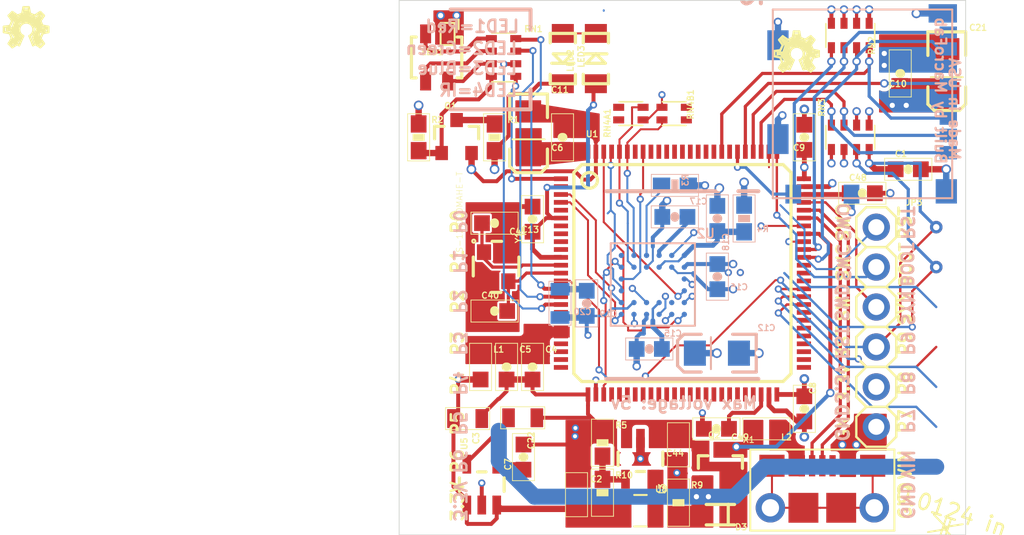
<source format=kicad_pcb>
(kicad_pcb (version 20171130) (host pcbnew "(5.1.4)-1")
  (layers (0 Top signal) (1 GND signal hide) (2 VCC signal hide) (31 Bottom signal) (34 B.Paste user hide) (35 F.Paste user hide) (36 B.SilkS user hide) (37 F.SilkS user hide) (38 B.Mask user hide) (39 F.Mask user hide) (44 Edge.Cuts user))
  (net 0 "")
  (net 1 GND)
  (net 2 VBUS)
  (net 3 VCC)
  (net 4 RAW)
  (net 5 VIN)
  (net 6 "Net-(C40-Pad2)")
  (net 7 "Net-(C41-Pad2)")
  (net 8 "Net-(C4-Pad1)")
  (net 9 /SDIO_D2)
  (net 10 /SDIO_D3)
  (net 11 /NRST)
  (net 12 /BOOT0)
  (net 13 /SDIO_CMD)
  (net 14 /SDIO_D0)
  (net 15 /SDIO_D1)
  (net 16 /SD_CD)
  (net 17 "Net-(Q1-Pad1)")
  (net 18 "Net-(Q1-Pad3)")
  (net 19 "Net-(LED1-PadB)")
  (net 20 "Net-(LED1-PadG)")
  (net 21 "Net-(LED1-PadR)")
  (net 22 "Net-(C48-Pad1)")
  (net 23 "Net-(C49-Pad1)")
  (net 24 /TIM4_CH1)
  (net 25 /TIM4_CH2)
  (net 26 /TIM4_CH3)
  (net 27 /DAC)
  (net 28 /I2C2_SDA)
  (net 29 /I2C2_SCL)
  (net 30 /SPI2_NSS)
  (net 31 /SPI2_SCLK)
  (net 32 /SPI2_MISO)
  (net 33 /SPI2_MOSI)
  (net 34 "Net-(LED3-PadC)")
  (net 35 /DCMI_D3)
  (net 36 /DCMI_D2)
  (net 37 /I2C1_SDA)
  (net 38 /I2C1_SCL)
  (net 39 /DCMI_VSYNC)
  (net 40 /DCMI_D5)
  (net 41 /SPI3_MOSI)
  (net 42 /SPI3_MISO)
  (net 43 /SPI3_SCLK/TRACESWO)
  (net 44 /DCMI_PWDN)
  (net 45 /UART2_RX)
  (net 46 /UART2_TX)
  (net 47 /GPIO2)
  (net 48 /GPIO1)
  (net 49 /GPIO3)
  (net 50 /SDIO_CLK)
  (net 51 /SPI3_SSEL)
  (net 52 /SWCLK)
  (net 53 /SWDIO)
  (net 54 /FS_DP)
  (net 55 /FS_DM)
  (net 56 /DCMI_RST)
  (net 57 /DCMI_CLK)
  (net 58 /DCMI_D1)
  (net 59 /DCMI_D0)
  (net 60 "Net-(U1-Pad62)")
  (net 61 "Net-(U1-Pad58)")
  (net 62 "Net-(U1-Pad57)")
  (net 63 /FREX)
  (net 64 /EXPST)
  (net 65 "Net-(U1-Pad45)")
  (net 66 "Net-(U1-Pad44)")
  (net 67 "Net-(U1-Pad43)")
  (net 68 "Net-(U1-Pad42)")
  (net 69 "Net-(U1-Pad41)")
  (net 70 "Net-(U1-Pad40)")
  (net 71 "Net-(U1-Pad39)")
  (net 72 "Net-(U1-Pad38)")
  (net 73 "Net-(U1-Pad37)")
  (net 74 "Net-(U1-Pad36)")
  (net 75 "Net-(U1-Pad35)")
  (net 76 "Net-(U1-Pad34)")
  (net 77 "Net-(U1-Pad33)")
  (net 78 "Net-(U1-Pad32)")
  (net 79 "Net-(U1-Pad31)")
  (net 80 /DCMI_PCLK)
  (net 81 /DCMI_HSYNC)
  (net 82 "Net-(U1-Pad25)")
  (net 83 "Net-(U1-Pad24)")
  (net 84 "Net-(U1-Pad23)")
  (net 85 "Net-(U1-Pad22)")
  (net 86 "Net-(U1-Pad18)")
  (net 87 /LED_B)
  (net 88 /LED_G)
  (net 89 /LED_R)
  (net 90 "Net-(U1-Pad9)")
  (net 91 "Net-(U1-Pad8)")
  (net 92 "Net-(U1-Pad7)")
  (net 93 /DCMI_D7)
  (net 94 /DCMI_D6)
  (net 95 /DCMI_D4)
  (net 96 "Net-(U1-Pad2)")
  (net 97 /LED_IR)
  (net 98 "Net-(L2-Pad1)")
  (net 99 "Net-(L3-Pad1)")
  (net 100 "Net-(R10-Pad1)")
  (net 101 "Net-(X1-PadS1)")
  (net 102 "Net-(X1-Pad4)")
  (net 103 "Net-(U2-PadE2)")
  (net 104 "Net-(U2-PadA6)")
  (net 105 "Net-(C16-Pad1)")
  (net 106 "Net-(C17-Pad1)")
  (net 107 "Net-(C18-Pad1)")
  (net 108 "Net-(C15-Pad1)")
  (net 109 /FSIN)
  (net 110 "Net-(C7-Pad1)")
  (net 111 VDDA)
  (net 112 "Net-(LED2-PadC)")
  (net 113 /DCMI_FSIN)
  (module openmv3:CSP2-28 (layer Bottom) (at 146.6211 111.5714 180)
    (fp_text reference U2 (at -2.7 2.9) (layer B.SilkS) (effects (font (size 0.57912 0.57912) (thickness 0.115824)) (justify right bottom mirror)))
    (fp_text value OV7725)
    (pad E5 smd roundrect (at 1.2 -1.15 180) (size 0.34 0.34) (layers Bottom B.Paste B.Mask) (roundrect_rratio 0.5) (net 3 VCC))
    (pad E4 smd roundrect (at 0.4 -1.15 180) (size 0.34 0.34) (layers Bottom B.Paste B.Mask) (roundrect_rratio 0.5) (net 80 /DCMI_PCLK))
    (pad E3 smd roundrect (at -0.4 -1.15 180) (size 0.34 0.34) (layers Bottom B.Paste B.Mask) (roundrect_rratio 0.5) (net 108 "Net-(C15-Pad1)"))
    (pad E2 smd roundrect (at -1.2 -1.15 180) (size 0.34 0.34) (layers Bottom B.Paste B.Mask) (roundrect_rratio 0.5) (net 103 "Net-(U2-PadE2)"))
    (pad F6 smd roundrect (at 2 -1.9 180) (size 0.34 0.34) (layers Bottom B.Paste B.Mask) (roundrect_rratio 0.5) (net 94 /DCMI_D6))
    (pad E6 smd roundrect (at 2 -1.15 180) (size 0.34 0.34) (layers Bottom B.Paste B.Mask) (roundrect_rratio 0.5) (net 95 /DCMI_D4))
    (pad D6 smd roundrect (at 2 -0.4 180) (size 0.34 0.34) (layers Bottom B.Paste B.Mask) (roundrect_rratio 0.5) (net 36 /DCMI_D2))
    (pad C6 smd roundrect (at 2 0.35 180) (size 0.34 0.34) (layers Bottom B.Paste B.Mask) (roundrect_rratio 0.5) (net 39 /DCMI_VSYNC))
    (pad F5 smd roundrect (at 1.2 -1.9 180) (size 0.34 0.34) (layers Bottom B.Paste B.Mask) (roundrect_rratio 0.5) (net 59 /DCMI_D0))
    (pad F4 smd roundrect (at 0.4 -1.9 180) (size 0.34 0.34) (layers Bottom B.Paste B.Mask) (roundrect_rratio 0.5) (net 1 GND))
    (pad F3 smd roundrect (at -0.4 -1.9 180) (size 0.34 0.34) (layers Bottom B.Paste B.Mask) (roundrect_rratio 0.5) (net 57 /DCMI_CLK))
    (pad F2 smd roundrect (at -1.2 -1.9 180) (size 0.34 0.34) (layers Bottom B.Paste B.Mask) (roundrect_rratio 0.5) (net 58 /DCMI_D1))
    (pad D1 smd roundrect (at -2 -0.4 180) (size 0.34 0.34) (layers Bottom B.Paste B.Mask) (roundrect_rratio 0.5) (net 35 /DCMI_D3))
    (pad F1 smd roundrect (at -2 -1.9 180) (size 0.34 0.34) (layers Bottom B.Paste B.Mask) (roundrect_rratio 0.5) (net 93 /DCMI_D7))
    (pad E1 smd roundrect (at -2 -1.15 180) (size 0.34 0.34) (layers Bottom B.Paste B.Mask) (roundrect_rratio 0.5) (net 40 /DCMI_D5))
    (pad C1 smd roundrect (at -2 0.35 180) (size 0.34 0.34) (layers Bottom B.Paste B.Mask) (roundrect_rratio 0.5) (net 44 /DCMI_PWDN))
    (pad B6 smd roundrect (at 2 1.1 180) (size 0.34 0.34) (layers Bottom B.Paste B.Mask) (roundrect_rratio 0.5) (net 81 /DCMI_HSYNC))
    (pad B5 smd roundrect (at 1.2 1.1 180) (size 0.34 0.34) (layers Bottom B.Paste B.Mask) (roundrect_rratio 0.5) (net 37 /I2C1_SDA))
    (pad B4 smd roundrect (at 0.4 1.1 180) (size 0.34 0.34) (layers Bottom B.Paste B.Mask) (roundrect_rratio 0.5) (net 1 GND))
    (pad B3 smd roundrect (at -0.4 1.1 180) (size 0.34 0.34) (layers Bottom B.Paste B.Mask) (roundrect_rratio 0.5) (net 107 "Net-(C18-Pad1)"))
    (pad B2 smd roundrect (at -1.2 1.1 180) (size 0.34 0.34) (layers Bottom B.Paste B.Mask) (roundrect_rratio 0.5) (net 105 "Net-(C16-Pad1)"))
    (pad B1 smd roundrect (at -2 1.1 180) (size 0.34 0.34) (layers Bottom B.Paste B.Mask) (roundrect_rratio 0.5) (net 1 GND))
    (pad A6 smd roundrect (at 2 1.85 180) (size 0.34 0.34) (layers Bottom B.Paste B.Mask) (roundrect_rratio 0.5) (net 104 "Net-(U2-PadA6)"))
    (pad A5 smd roundrect (at 1.2 1.85 180) (size 0.34 0.34) (layers Bottom B.Paste B.Mask) (roundrect_rratio 0.5) (net 38 /I2C1_SCL))
    (pad A4 smd roundrect (at 0.4 1.85 180) (size 0.34 0.34) (layers Bottom B.Paste B.Mask) (roundrect_rratio 0.5) (net 113 /DCMI_FSIN))
    (pad A3 smd roundrect (at -0.4 1.85 180) (size 0.34 0.34) (layers Bottom B.Paste B.Mask) (roundrect_rratio 0.5) (net 106 "Net-(C17-Pad1)"))
    (pad A2 smd roundrect (at -1.2 1.85 180) (size 0.34 0.34) (layers Bottom B.Paste B.Mask) (roundrect_rratio 0.5) (net 56 /DCMI_RST))
    (pad A1 smd roundrect (at -2 1.85 180) (size 0.34 0.34) (layers Bottom B.Paste B.Mask) (roundrect_rratio 0.5) (net 107 "Net-(C18-Pad1)"))
  )
  (module openmv3:EXBV4V (layer Top) (at 147.975 100.7 270)
    (fp_text reference RN4B1 (at -1.5875 -1.27 90) (layer F.SilkS) (effects (font (size 0.38608 0.38608) (thickness 0.077216)) (justify right bottom)))
    (fp_text value 4.7K)
    (pad 4 smd rect (at -0.4 -0.775 90) (size 0.45 0.7) (layers Top F.Paste F.Mask))
    (pad 3 smd rect (at 0.4 -0.775 90) (size 0.45 0.7) (layers Top F.Paste F.Mask))
    (pad 2 smd rect (at 0.4 0.775 270) (size 0.45 0.7) (layers Top F.Paste F.Mask) (net 38 /I2C1_SCL))
    (pad 1 smd rect (at -0.4 0.775 270) (size 0.45 0.7) (layers Top F.Paste F.Mask) (net 3 VCC))
  )
  (module openmv3:EXBV4V (layer Top) (at 145.225 100.7 90)
    (fp_text reference RN4A1 (at -1.5875 -1.27 90) (layer F.SilkS) (effects (font (size 0.38608 0.38608) (thickness 0.077216)) (justify left bottom)))
    (fp_text value 4.7K)
    (pad 4 smd rect (at -0.4 -0.775 270) (size 0.45 0.7) (layers Top F.Paste F.Mask))
    (pad 3 smd rect (at 0.4 -0.775 270) (size 0.45 0.7) (layers Top F.Paste F.Mask))
    (pad 2 smd rect (at 0.4 0.775 90) (size 0.45 0.7) (layers Top F.Paste F.Mask) (net 37 /I2C1_SDA))
    (pad 1 smd rect (at -0.4 0.775 90) (size 0.45 0.7) (layers Top F.Paste F.Mask) (net 3 VCC))
  )
  (module base:SOT23-5 (layer Top) (at 135.75 124.2999)
    (fp_text reference U5 (at -0.889 -2.159 -270) (layer F.SilkS) (effects (font (size 0.38608 0.38608) (thickness 0.077216)) (justify left bottom)))
    (fp_text value TPS731XX)
    (pad 5 smd rect (at -0.95 -1.3001) (size 0.55 1.2) (layers Top F.Paste F.Mask) (net 111 VDDA))
    (pad 4 smd rect (at 0.95 -1.3001) (size 0.55 1.2) (layers Top F.Paste F.Mask) (net 110 "Net-(C7-Pad1)"))
    (pad 3 smd rect (at 0.95 1.3001) (size 0.55 1.2) (layers Top F.Paste F.Mask) (net 3 VCC))
    (pad 2 smd rect (at 0 1.3001) (size 0.55 1.2) (layers Top F.Paste F.Mask) (net 1 GND))
    (pad 1 smd rect (at -0.95 1.3001) (size 0.55 1.2) (layers Top F.Paste F.Mask) (net 3 VCC))
  )
  (module base:0603-RES (layer Bottom) (at 148.0251 105.2704 180)
    (fp_text reference R3 (at -0.889 0.762 270) (layer B.SilkS) (effects (font (size 0.38608 0.38608) (thickness 0.077216)) (justify left bottom mirror)))
    (fp_text value 10K)
    (pad 2 smd rect (at 0.85 0 180) (size 1.1 1) (layers Bottom B.Paste B.Mask) (net 113 /DCMI_FSIN))
    (pad 1 smd rect (at -0.85 0 180) (size 1.1 1) (layers Bottom B.Paste B.Mask) (net 1 GND))
  )
  (module base:LED-1206 (layer Top) (at 140.9 97.2 270)
    (fp_text reference LED3 (at -0.889 -1.397 270) (layer F.SilkS) (effects (font (size 0.38608 0.38608) (thickness 0.077216)) (justify right bottom)))
    (fp_text value VSMY12850)
    (pad C smd rect (at 1.6 0 270) (size 1.2 1.4) (layers Top F.Paste F.Mask) (net 34 "Net-(LED3-PadC)"))
    (pad A smd rect (at -1.6 0 270) (size 1.2 1.4) (layers Top F.Paste F.Mask) (net 112 "Net-(LED2-PadC)"))
  )
  (module base:LED-1206 (layer Top) (at 143 97.2 90)
    (fp_text reference LED2 (at -0.889 -1.397 -90) (layer F.SilkS) (effects (font (size 0.38608 0.38608) (thickness 0.077216)) (justify left bottom)))
    (fp_text value VSMY12850)
    (pad C smd rect (at 1.6 0 90) (size 1.2 1.4) (layers Top F.Paste F.Mask) (net 112 "Net-(LED2-PadC)"))
    (pad A smd rect (at -1.6 0 90) (size 1.2 1.4) (layers Top F.Paste F.Mask) (net 3 VCC))
  )
  (module base:0805 (layer Top) (at 138.35 120.05 180)
    (fp_text reference C22 (at -0.762 -0.8255 270) (layer F.SilkS) (effects (font (size 0.38608 0.38608) (thickness 0.077216)) (justify right bottom)))
    (fp_text value 10uF)
    (pad 2 smd rect (at 0.9 0 180) (size 0.8 1.2) (layers Top F.Paste F.Mask) (net 111 VDDA))
    (pad 1 smd rect (at -0.9 0 180) (size 0.8 1.2) (layers Top F.Paste F.Mask) (net 1 GND))
  )
  (module base:EIA3216 (layer Top) (at 165.3 98 270)
    (fp_text reference C21 (at -2.54 -1.381) (layer F.SilkS) (effects (font (size 0.38608 0.38608) (thickness 0.077216)) (justify left bottom)))
    (fp_text value 47uF)
    (pad A smd rect (at 1.4 0) (size 1.6 1.4) (layers Top F.Paste F.Mask) (net 3 VCC))
    (pad C smd rect (at -1.4 0) (size 1.6 1.4) (layers Top F.Paste F.Mask) (net 1 GND))
  )
  (module base:0603-CAP (layer Bottom) (at 150.7211 107.3714 90)
    (fp_text reference C18 (at -0.889 0.762 270) (layer B.SilkS) (effects (font (size 0.38608 0.38608) (thickness 0.077216)) (justify left bottom mirror)))
    (fp_text value 4.7uF)
    (pad 2 smd rect (at 0.8 0 90) (size 1 1) (layers Bottom B.Paste B.Mask) (net 1 GND))
    (pad 1 smd rect (at -0.8 0 90) (size 1 1) (layers Bottom B.Paste B.Mask) (net 107 "Net-(C18-Pad1)"))
  )
  (module base:0603-CAP (layer Top) (at 138.4 122.55 90)
    (fp_text reference C7 (at -0.889 -0.762 90) (layer F.SilkS) (effects (font (size 0.38608 0.38608) (thickness 0.077216)) (justify left bottom)))
    (fp_text value 0.1uF)
    (pad 2 smd rect (at 0.8 0 90) (size 1 1) (layers Top F.Paste F.Mask) (net 1 GND))
    (pad 1 smd rect (at -0.8 0 90) (size 1 1) (layers Top F.Paste F.Mask) (net 110 "Net-(C7-Pad1)"))
  )
  (module base:0805 (layer Top) (at 134.85 120.1 180)
    (fp_text reference C3 (at -0.762 -0.8255 270) (layer F.SilkS) (effects (font (size 0.38608 0.38608) (thickness 0.077216)) (justify right bottom)))
    (fp_text value 10uF)
    (pad 2 smd rect (at 0.9 0 180) (size 0.8 1.2) (layers Top F.Paste F.Mask) (net 3 VCC))
    (pad 1 smd rect (at -0.9 0 180) (size 0.8 1.2) (layers Top F.Paste F.Mask) (net 1 GND))
  )
  (module openmv3:EIA3216 (layer Bottom) (at 150.6921 115.9384 180)
    (fp_text reference C12 (at -2.54 1.381) (layer B.SilkS) (effects (font (size 0.38608 0.38608) (thickness 0.077216)) (justify right bottom mirror)))
    (fp_text value 47uF)
    (pad A smd rect (at 1.4 0 90) (size 1.6 1.4) (layers Bottom B.Paste B.Mask) (net 3 VCC))
    (pad C smd rect (at -1.4 0 90) (size 1.6 1.4) (layers Bottom B.Paste B.Mask) (net 1 GND))
  )
  (module openmv3:0603-CAP (layer Bottom) (at 146.3941 115.6714 180)
    (fp_text reference C15 (at -0.889 0.762) (layer B.SilkS) (effects (font (size 0.38608 0.38608) (thickness 0.077216)) (justify right bottom mirror)))
    (fp_text value 0.1uF)
    (pad 2 smd rect (at 0.8 0 180) (size 1 1) (layers Bottom B.Paste B.Mask) (net 1 GND))
    (pad 1 smd rect (at -0.8 0 180) (size 1 1) (layers Bottom B.Paste B.Mask) (net 108 "Net-(C15-Pad1)"))
  )
  (module openmv3:0603-CAP (layer Bottom) (at 150.7211 111.0714 90)
    (fp_text reference C16 (at -0.889 0.762) (layer B.SilkS) (effects (font (size 0.38608 0.38608) (thickness 0.077216)) (justify right bottom mirror)))
    (fp_text value 0.1uF)
    (pad 2 smd rect (at 0.8 0 90) (size 1 1) (layers Bottom B.Paste B.Mask) (net 1 GND))
    (pad 1 smd rect (at -0.8 0 90) (size 1 1) (layers Bottom B.Paste B.Mask) (net 105 "Net-(C16-Pad1)"))
  )
  (module openmv3:0603-CAP (layer Bottom) (at 142.4211 112.7714 90)
    (fp_text reference C19 (at -0.889 0.762) (layer B.SilkS) (effects (font (size 0.38608 0.38608) (thickness 0.077216)) (justify right bottom mirror)))
    (fp_text value 0.1uF)
    (pad 2 smd rect (at 0.8 0 90) (size 1 1) (layers Bottom B.Paste B.Mask) (net 1 GND))
    (pad 1 smd rect (at -0.8 0 90) (size 1 1) (layers Bottom B.Paste B.Mask) (net 3 VCC))
  )
  (module openmv3:0805 (layer Bottom) (at 140.7211 112.7714 90)
    (fp_text reference C20 (at -0.762 0.8255) (layer B.SilkS) (effects (font (size 0.38608 0.38608) (thickness 0.077216)) (justify right bottom mirror)))
    (fp_text value 22uF)
    (pad 2 smd rect (at 0.9 0 90) (size 0.8 1.2) (layers Bottom B.Paste B.Mask) (net 1 GND))
    (pad 1 smd rect (at -0.9 0 90) (size 0.8 1.2) (layers Bottom B.Paste B.Mask) (net 3 VCC))
  )
  (module openmv3:0603-RES (layer Bottom) (at 152.4211 107.3714 90)
    (fp_text reference R4 (at -0.889 0.762) (layer B.SilkS) (effects (font (size 0.38608 0.38608) (thickness 0.077216)) (justify right bottom mirror)))
    (fp_text value 10K)
    (pad 2 smd rect (at 0.85 0 90) (size 1.1 1) (layers Bottom B.Paste B.Mask) (net 3 VCC))
    (pad 1 smd rect (at -0.85 0 90) (size 1.1 1) (layers Bottom B.Paste B.Mask) (net 107 "Net-(C18-Pad1)"))
  )
  (module openmv3:0603-CAP (layer Bottom) (at 148.021106 107.271371 180)
    (fp_text reference C17 (at -0.889 0.762) (layer B.SilkS) (effects (font (size 0.38608 0.38608) (thickness 0.077216)) (justify right bottom mirror)))
    (fp_text value 0.1uF)
    (pad 2 smd rect (at 0.8 0 180) (size 1 1) (layers Bottom B.Paste B.Mask) (net 1 GND))
    (pad 1 smd rect (at -0.8 0 180) (size 1 1) (layers Bottom B.Paste B.Mask) (net 106 "Net-(C17-Pad1)"))
  )
  (module base:LQFP100 (layer Top) (at 148.5011 110.8456)
    (fp_text reference U1 (at -6.175 -8.62) (layer F.SilkS) (effects (font (size 0.38608 0.38608) (thickness 0.077216)) (justify left bottom)))
    (fp_text value STM32H743VIT6)
    (pad 100 smd rect (at -6 -7.72) (size 0.3 0.9) (layers Top F.Paste F.Mask) (net 3 VCC))
    (pad 99 smd rect (at -5.5 -7.72) (size 0.3 0.9) (layers Top F.Paste F.Mask) (net 1 GND))
    (pad 98 smd rect (at -5 -7.72) (size 0.3 0.9) (layers Top F.Paste F.Mask) (net 35 /DCMI_D3))
    (pad 97 smd rect (at -4.5 -7.72) (size 0.3 0.9) (layers Top F.Paste F.Mask) (net 36 /DCMI_D2))
    (pad 96 smd rect (at -4 -7.72) (size 0.3 0.9) (layers Top F.Paste F.Mask) (net 37 /I2C1_SDA))
    (pad 95 smd rect (at -3.5 -7.72) (size 0.3 0.9) (layers Top F.Paste F.Mask) (net 38 /I2C1_SCL))
    (pad 94 smd rect (at -3 -7.72) (size 0.3 0.9) (layers Top F.Paste F.Mask) (net 12 /BOOT0))
    (pad 93 smd rect (at -2.5 -7.72) (size 0.3 0.9) (layers Top F.Paste F.Mask) (net 39 /DCMI_VSYNC))
    (pad 92 smd rect (at -2 -7.72) (size 0.3 0.9) (layers Top F.Paste F.Mask) (net 40 /DCMI_D5))
    (pad 91 smd rect (at -1.5 -7.72) (size 0.3 0.9) (layers Top F.Paste F.Mask) (net 41 /SPI3_MOSI))
    (pad 90 smd rect (at -1 -7.72) (size 0.3 0.9) (layers Top F.Paste F.Mask) (net 42 /SPI3_MISO))
    (pad 89 smd rect (at -0.5 -7.72) (size 0.3 0.9) (layers Top F.Paste F.Mask) (net 43 /SPI3_SCLK/TRACESWO))
    (pad 88 smd rect (at 0 -7.72) (size 0.3 0.9) (layers Top F.Paste F.Mask) (net 44 /DCMI_PWDN))
    (pad 87 smd rect (at 0.5 -7.72) (size 0.3 0.9) (layers Top F.Paste F.Mask) (net 45 /UART2_RX))
    (pad 86 smd rect (at 1 -7.72) (size 0.3 0.9) (layers Top F.Paste F.Mask) (net 46 /UART2_TX))
    (pad 85 smd rect (at 1.5 -7.72) (size 0.3 0.9) (layers Top F.Paste F.Mask) (net 47 /GPIO2))
    (pad 84 smd rect (at 2 -7.72) (size 0.3 0.9) (layers Top F.Paste F.Mask) (net 48 /GPIO1))
    (pad 83 smd rect (at 2.5 -7.72) (size 0.3 0.9) (layers Top F.Paste F.Mask) (net 13 /SDIO_CMD))
    (pad 82 smd rect (at 3 -7.72) (size 0.3 0.9) (layers Top F.Paste F.Mask) (net 49 /GPIO3))
    (pad 81 smd rect (at 3.5 -7.72) (size 0.3 0.9) (layers Top F.Paste F.Mask) (net 16 /SD_CD))
    (pad 80 smd rect (at 4 -7.72) (size 0.3 0.9) (layers Top F.Paste F.Mask) (net 50 /SDIO_CLK))
    (pad 79 smd rect (at 4.5 -7.72) (size 0.3 0.9) (layers Top F.Paste F.Mask) (net 10 /SDIO_D3))
    (pad 78 smd rect (at 5 -7.72) (size 0.3 0.9) (layers Top F.Paste F.Mask) (net 9 /SDIO_D2))
    (pad 77 smd rect (at 5.5 -7.72) (size 0.3 0.9) (layers Top F.Paste F.Mask) (net 51 /SPI3_SSEL))
    (pad 76 smd rect (at 6 -7.72) (size 0.3 0.9) (layers Top F.Paste F.Mask) (net 52 /SWCLK))
    (pad 75 smd rect (at 7.72 -6) (size 0.9 0.3) (layers Top F.Paste F.Mask) (net 3 VCC))
    (pad 74 smd rect (at 7.72 -5.5) (size 0.9 0.3) (layers Top F.Paste F.Mask) (net 1 GND))
    (pad 73 smd rect (at 7.72 -5) (size 0.9 0.3) (layers Top F.Paste F.Mask) (net 22 "Net-(C48-Pad1)"))
    (pad 72 smd rect (at 7.72 -4.5) (size 0.9 0.3) (layers Top F.Paste F.Mask) (net 53 /SWDIO))
    (pad 71 smd rect (at 7.72 -4) (size 0.9 0.3) (layers Top F.Paste F.Mask) (net 54 /FS_DP))
    (pad 70 smd rect (at 7.72 -3.5) (size 0.9 0.3) (layers Top F.Paste F.Mask) (net 55 /FS_DM))
    (pad 69 smd rect (at 7.72 -3) (size 0.9 0.3) (layers Top F.Paste F.Mask) (net 56 /DCMI_RST))
    (pad 68 smd rect (at 7.72 -2.5) (size 0.9 0.3) (layers Top F.Paste F.Mask) (net 2 VBUS))
    (pad 67 smd rect (at 7.72 -2) (size 0.9 0.3) (layers Top F.Paste F.Mask) (net 57 /DCMI_CLK))
    (pad 66 smd rect (at 7.72 -1.5) (size 0.9 0.3) (layers Top F.Paste F.Mask) (net 15 /SDIO_D1))
    (pad 65 smd rect (at 7.72 -1) (size 0.9 0.3) (layers Top F.Paste F.Mask) (net 14 /SDIO_D0))
    (pad 64 smd rect (at 7.72 -0.5) (size 0.9 0.3) (layers Top F.Paste F.Mask) (net 58 /DCMI_D1))
    (pad 63 smd rect (at 7.72 0) (size 0.9 0.3) (layers Top F.Paste F.Mask) (net 59 /DCMI_D0))
    (pad 62 smd rect (at 7.72 0.5) (size 0.9 0.3) (layers Top F.Paste F.Mask) (net 60 "Net-(U1-Pad62)"))
    (pad 61 smd rect (at 7.72 1) (size 0.9 0.3) (layers Top F.Paste F.Mask) (net 26 /TIM4_CH3))
    (pad 60 smd rect (at 7.72 1.5) (size 0.9 0.3) (layers Top F.Paste F.Mask) (net 25 /TIM4_CH2))
    (pad 59 smd rect (at 7.72 2) (size 0.9 0.3) (layers Top F.Paste F.Mask) (net 24 /TIM4_CH1))
    (pad 58 smd rect (at 7.72 2.5) (size 0.9 0.3) (layers Top F.Paste F.Mask) (net 61 "Net-(U1-Pad58)"))
    (pad 57 smd rect (at 7.72 3) (size 0.9 0.3) (layers Top F.Paste F.Mask) (net 62 "Net-(U1-Pad57)"))
    (pad 56 smd rect (at 7.72 3.5) (size 0.9 0.3) (layers Top F.Paste F.Mask) (net 63 /FREX))
    (pad 55 smd rect (at 7.72 4) (size 0.9 0.3) (layers Top F.Paste F.Mask) (net 64 /EXPST))
    (pad 54 smd rect (at 7.72 4.5) (size 0.9 0.3) (layers Top F.Paste F.Mask) (net 33 /SPI2_MOSI))
    (pad 53 smd rect (at 7.72 5) (size 0.9 0.3) (layers Top F.Paste F.Mask) (net 32 /SPI2_MISO))
    (pad 52 smd rect (at 7.72 5.5) (size 0.9 0.3) (layers Top F.Paste F.Mask) (net 31 /SPI2_SCLK))
    (pad 51 smd rect (at 7.72 6) (size 0.9 0.3) (layers Top F.Paste F.Mask) (net 30 /SPI2_NSS))
    (pad 50 smd rect (at 6 7.72) (size 0.3 0.9) (layers Top F.Paste F.Mask) (net 3 VCC))
    (pad 49 smd rect (at 5.5 7.72) (size 0.3 0.9) (layers Top F.Paste F.Mask) (net 1 GND))
    (pad 48 smd rect (at 5 7.72) (size 0.3 0.9) (layers Top F.Paste F.Mask) (net 23 "Net-(C49-Pad1)"))
    (pad 47 smd rect (at 4.5 7.72) (size 0.3 0.9) (layers Top F.Paste F.Mask) (net 28 /I2C2_SDA))
    (pad 46 smd rect (at 4 7.72) (size 0.3 0.9) (layers Top F.Paste F.Mask) (net 29 /I2C2_SCL))
    (pad 45 smd rect (at 3.5 7.72) (size 0.3 0.9) (layers Top F.Paste F.Mask) (net 65 "Net-(U1-Pad45)"))
    (pad 44 smd rect (at 3 7.72) (size 0.3 0.9) (layers Top F.Paste F.Mask) (net 66 "Net-(U1-Pad44)"))
    (pad 43 smd rect (at 2.5 7.72) (size 0.3 0.9) (layers Top F.Paste F.Mask) (net 67 "Net-(U1-Pad43)"))
    (pad 42 smd rect (at 2 7.72) (size 0.3 0.9) (layers Top F.Paste F.Mask) (net 68 "Net-(U1-Pad42)"))
    (pad 41 smd rect (at 1.5 7.72) (size 0.3 0.9) (layers Top F.Paste F.Mask) (net 69 "Net-(U1-Pad41)"))
    (pad 40 smd rect (at 1 7.72) (size 0.3 0.9) (layers Top F.Paste F.Mask) (net 70 "Net-(U1-Pad40)"))
    (pad 39 smd rect (at 0.5 7.72) (size 0.3 0.9) (layers Top F.Paste F.Mask) (net 71 "Net-(U1-Pad39)"))
    (pad 38 smd rect (at 0 7.72) (size 0.3 0.9) (layers Top F.Paste F.Mask) (net 72 "Net-(U1-Pad38)"))
    (pad 37 smd rect (at -0.5 7.72) (size 0.3 0.9) (layers Top F.Paste F.Mask) (net 73 "Net-(U1-Pad37)"))
    (pad 36 smd rect (at -1 7.72) (size 0.3 0.9) (layers Top F.Paste F.Mask) (net 74 "Net-(U1-Pad36)"))
    (pad 35 smd rect (at -1.5 7.72) (size 0.3 0.9) (layers Top F.Paste F.Mask) (net 75 "Net-(U1-Pad35)"))
    (pad 34 smd rect (at -2 7.72) (size 0.3 0.9) (layers Top F.Paste F.Mask) (net 76 "Net-(U1-Pad34)"))
    (pad 33 smd rect (at -2.5 7.72) (size 0.3 0.9) (layers Top F.Paste F.Mask) (net 77 "Net-(U1-Pad33)"))
    (pad 32 smd rect (at -3 7.72) (size 0.3 0.9) (layers Top F.Paste F.Mask) (net 78 "Net-(U1-Pad32)"))
    (pad 31 smd rect (at -3.5 7.72) (size 0.3 0.9) (layers Top F.Paste F.Mask) (net 79 "Net-(U1-Pad31)"))
    (pad 30 smd rect (at -4 7.72) (size 0.3 0.9) (layers Top F.Paste F.Mask) (net 80 /DCMI_PCLK))
    (pad 29 smd rect (at -4.5 7.72) (size 0.3 0.9) (layers Top F.Paste F.Mask) (net 27 /DAC))
    (pad 28 smd rect (at -5 7.72) (size 0.3 0.9) (layers Top F.Paste F.Mask) (net 81 /DCMI_HSYNC))
    (pad 27 smd rect (at -5.5 7.72) (size 0.3 0.9) (layers Top F.Paste F.Mask) (net 3 VCC))
    (pad 26 smd rect (at -6 7.72) (size 0.3 0.9) (layers Top F.Paste F.Mask) (net 1 GND))
    (pad 25 smd rect (at -7.72 6) (size 0.9 0.3) (layers Top F.Paste F.Mask) (net 82 "Net-(U1-Pad25)"))
    (pad 24 smd rect (at -7.72 5.5) (size 0.9 0.3) (layers Top F.Paste F.Mask) (net 83 "Net-(U1-Pad24)"))
    (pad 23 smd rect (at -7.72 5) (size 0.9 0.3) (layers Top F.Paste F.Mask) (net 84 "Net-(U1-Pad23)"))
    (pad 22 smd rect (at -7.72 4.5) (size 0.9 0.3) (layers Top F.Paste F.Mask) (net 85 "Net-(U1-Pad22)"))
    (pad 21 smd rect (at -7.72 4) (size 0.9 0.3) (layers Top F.Paste F.Mask) (net 8 "Net-(C4-Pad1)"))
    (pad 20 smd rect (at -7.72 3.5) (size 0.9 0.3) (layers Top F.Paste F.Mask) (net 8 "Net-(C4-Pad1)"))
    (pad 19 smd rect (at -7.72 3) (size 0.9 0.3) (layers Top F.Paste F.Mask) (net 1 GND))
    (pad 18 smd rect (at -7.72 2.5) (size 0.9 0.3) (layers Top F.Paste F.Mask) (net 86 "Net-(U1-Pad18)"))
    (pad 17 smd rect (at -7.72 2) (size 0.9 0.3) (layers Top F.Paste F.Mask) (net 87 /LED_B))
    (pad 16 smd rect (at -7.72 1.5) (size 0.9 0.3) (layers Top F.Paste F.Mask) (net 88 /LED_G))
    (pad 15 smd rect (at -7.72 1) (size 0.9 0.3) (layers Top F.Paste F.Mask) (net 89 /LED_R))
    (pad 14 smd rect (at -7.72 0.5) (size 0.9 0.3) (layers Top F.Paste F.Mask) (net 11 /NRST))
    (pad 13 smd rect (at -7.72 0) (size 0.9 0.3) (layers Top F.Paste F.Mask) (net 6 "Net-(C40-Pad2)"))
    (pad 12 smd rect (at -7.72 -0.5) (size 0.9 0.3) (layers Top F.Paste F.Mask) (net 7 "Net-(C41-Pad2)"))
    (pad 11 smd rect (at -7.72 -1) (size 0.9 0.3) (layers Top F.Paste F.Mask) (net 3 VCC))
    (pad 10 smd rect (at -7.72 -1.5) (size 0.9 0.3) (layers Top F.Paste F.Mask) (net 1 GND))
    (pad 9 smd rect (at -7.72 -2) (size 0.9 0.3) (layers Top F.Paste F.Mask) (net 90 "Net-(U1-Pad9)"))
    (pad 8 smd rect (at -7.72 -2.5) (size 0.9 0.3) (layers Top F.Paste F.Mask) (net 91 "Net-(U1-Pad8)"))
    (pad 7 smd rect (at -7.72 -3) (size 0.9 0.3) (layers Top F.Paste F.Mask) (net 92 "Net-(U1-Pad7)"))
    (pad 6 smd rect (at -7.72 -3.5) (size 0.9 0.3) (layers Top F.Paste F.Mask) (net 3 VCC))
    (pad 5 smd rect (at -7.72 -4) (size 0.9 0.3) (layers Top F.Paste F.Mask) (net 93 /DCMI_D7))
    (pad 4 smd rect (at -7.72 -4.5) (size 0.9 0.3) (layers Top F.Paste F.Mask) (net 94 /DCMI_D6))
    (pad 3 smd rect (at -7.72 -5) (size 0.9 0.3) (layers Top F.Paste F.Mask) (net 95 /DCMI_D4))
    (pad 2 smd rect (at -7.72 -5.5) (size 0.9 0.3) (layers Top F.Paste F.Mask) (net 96 "Net-(U1-Pad2)"))
    (pad 1 smd rect (at -7.72 -6) (size 0.9 0.3) (layers Top F.Paste F.Mask) (net 97 /LED_IR))
  )
  (module base:OSHW_FILLX100_NOTEXT (layer Top) (at 105.3831 96.4776)
    (fp_text reference LOGO1 hide)
    (fp_text value OSHW_LOGO_FILLX0100-NT hide)
  )
  (module base:0603-CAP (layer Top) (at 162.8521 104.2416)
    (fp_text reference C1 (at -0.889 -0.762) (layer F.SilkS) (effects (font (size 0.38608 0.38608) (thickness 0.077216)) (justify left bottom)))
    (fp_text value 1uF)
    (pad 2 smd rect (at 0.8 0) (size 1 1) (layers Top F.Paste F.Mask) (net 1 GND))
    (pad 1 smd rect (at -0.8 0) (size 1 1) (layers Top F.Paste F.Mask) (net 11 /NRST))
  )
  (module base:0603-RES (layer Top) (at 131.7371 102.2096 270)
    (fp_text reference R2 (at -0.889 -0.762) (layer F.SilkS) (effects (font (size 0.38608 0.38608) (thickness 0.077216)) (justify left bottom)))
    (fp_text value 10K)
    (pad 2 smd rect (at 0.85 0 270) (size 1.1 1) (layers Top F.Paste F.Mask) (net 17 "Net-(Q1-Pad1)"))
    (pad 1 smd rect (at -0.85 0 270) (size 1.1 1) (layers Top F.Paste F.Mask) (net 1 GND))
  )
  (module base:EXBV8V (layer Top) (at 137.1346 97.1296 270)
    (fp_text reference RN1 (at -1.5875 -1.27) (layer F.SilkS) (effects (font (size 0.38608 0.38608) (thickness 0.077216)) (justify left bottom)))
    (fp_text value 220R hide)
    (pad 8 smd rect (at -1.2 -0.775 90) (size 0.45 0.7) (layers Top F.Paste F.Mask) (net 89 /LED_R))
    (pad 7 smd rect (at -0.4 -0.775 90) (size 0.45 0.7) (layers Top F.Paste F.Mask) (net 88 /LED_G))
    (pad 6 smd rect (at 0.4 -0.775 90) (size 0.45 0.7) (layers Top F.Paste F.Mask) (net 87 /LED_B))
    (pad 5 smd rect (at 1.2 -0.775 90) (size 0.45 0.7) (layers Top F.Paste F.Mask) (net 97 /LED_IR))
    (pad 4 smd rect (at 1.2 0.775 270) (size 0.45 0.7) (layers Top F.Paste F.Mask) (net 17 "Net-(Q1-Pad1)"))
    (pad 3 smd rect (at 0.4 0.775 270) (size 0.45 0.7) (layers Top F.Paste F.Mask) (net 19 "Net-(LED1-PadB)"))
    (pad 2 smd rect (at -0.4 0.775 270) (size 0.45 0.7) (layers Top F.Paste F.Mask) (net 20 "Net-(LED1-PadG)"))
    (pad 1 smd rect (at -1.2 0.775 270) (size 0.45 0.7) (layers Top F.Paste F.Mask) (net 21 "Net-(LED1-PadR)"))
  )
  (module base:EIA3216 (layer Top) (at 138.7221 101.9556 270)
    (fp_text reference C11 (at -2.54 -1.381) (layer F.SilkS) (effects (font (size 0.38608 0.38608) (thickness 0.077216)) (justify left bottom)))
    (fp_text value 47uF)
    (pad A smd rect (at 1.4 0) (size 1.6 1.4) (layers Top F.Paste F.Mask) (net 3 VCC))
    (pad C smd rect (at -1.4 0) (size 1.6 1.4) (layers Top F.Paste F.Mask) (net 1 GND))
  )
  (module base:0603-RES (layer Top) (at 136.5631 102.2096 270)
    (fp_text reference R1 (at -0.889 -0.762) (layer F.SilkS) (effects (font (size 0.38608 0.38608) (thickness 0.077216)) (justify left bottom)))
    (fp_text value 10R)
    (pad 2 smd rect (at 0.85 0 270) (size 1.1 1) (layers Top F.Paste F.Mask) (net 34 "Net-(LED3-PadC)"))
    (pad 1 smd rect (at -0.85 0 270) (size 1.1 1) (layers Top F.Paste F.Mask) (net 18 "Net-(Q1-Pad3)"))
  )
  (module base:EXBV8V (layer Top) (at 159.1691 102.2096)
    (fp_text reference RN3 (at -1.5875 -1.27 90) (layer F.SilkS) (effects (font (size 0.38608 0.38608) (thickness 0.077216)) (justify left bottom)))
    (fp_text value 10K)
    (pad 8 smd rect (at -1.2 -0.775 180) (size 0.45 0.7) (layers Top F.Paste F.Mask) (net 9 /SDIO_D2))
    (pad 7 smd rect (at -0.4 -0.775 180) (size 0.45 0.7) (layers Top F.Paste F.Mask) (net 10 /SDIO_D3))
    (pad 6 smd rect (at 0.4 -0.775 180) (size 0.45 0.7) (layers Top F.Paste F.Mask) (net 1 GND))
    (pad 5 smd rect (at 1.2 -0.775 180) (size 0.45 0.7) (layers Top F.Paste F.Mask) (net 3 VCC))
    (pad 4 smd rect (at 1.2 0.775) (size 0.45 0.7) (layers Top F.Paste F.Mask) (net 11 /NRST))
    (pad 3 smd rect (at 0.4 0.775) (size 0.45 0.7) (layers Top F.Paste F.Mask) (net 12 /BOOT0))
    (pad 2 smd rect (at -0.4 0.775) (size 0.45 0.7) (layers Top F.Paste F.Mask) (net 3 VCC))
    (pad 1 smd rect (at -1.2 0.775) (size 0.45 0.7) (layers Top F.Paste F.Mask) (net 3 VCC))
  )
  (module base:EXBV8V (layer Top) (at 159.1691 95.7326 180)
    (fp_text reference RN2 (at -1.5875 -1.27 90) (layer F.SilkS) (effects (font (size 0.38608 0.38608) (thickness 0.077216)) (justify left bottom)))
    (fp_text value 10K)
    (pad 8 smd rect (at -1.2 -0.775) (size 0.45 0.7) (layers Top F.Paste F.Mask) (net 13 /SDIO_CMD))
    (pad 7 smd rect (at -0.4 -0.775) (size 0.45 0.7) (layers Top F.Paste F.Mask) (net 14 /SDIO_D0))
    (pad 6 smd rect (at 0.4 -0.775) (size 0.45 0.7) (layers Top F.Paste F.Mask) (net 15 /SDIO_D1))
    (pad 5 smd rect (at 1.2 -0.775) (size 0.45 0.7) (layers Top F.Paste F.Mask) (net 16 /SD_CD))
    (pad 4 smd rect (at 1.2 0.775 180) (size 0.45 0.7) (layers Top F.Paste F.Mask) (net 3 VCC))
    (pad 3 smd rect (at 0.4 0.775 180) (size 0.45 0.7) (layers Top F.Paste F.Mask) (net 3 VCC))
    (pad 2 smd rect (at -0.4 0.775 180) (size 0.45 0.7) (layers Top F.Paste F.Mask) (net 3 VCC))
    (pad 1 smd rect (at -1.2 0.775 180) (size 0.45 0.7) (layers Top F.Paste F.Mask) (net 3 VCC))
  )
  (module base:SOT23-3 (layer Top) (at 134.1501 102.2096)
    (fp_text reference Q1 (at -0.8255 -1.778) (layer F.SilkS) (effects (font (size 0.38608 0.38608) (thickness 0.077216)) (justify left bottom)))
    (fp_text value BSS138)
    (pad 1 smd rect (at -0.95 1) (size 0.8 0.9) (layers Top F.Paste F.Mask) (net 17 "Net-(Q1-Pad1)"))
    (pad 2 smd rect (at 0.95 1) (size 0.8 0.9) (layers Top F.Paste F.Mask) (net 1 GND))
    (pad 3 smd rect (at 0 -1.1) (size 0.8 0.9) (layers Top F.Paste F.Mask) (net 18 "Net-(Q1-Pad3)"))
  )
  (module base:OSHW_FILLX100_NOTEXT (layer Top) (at 154.3431 98.0186)
    (fp_text reference LOGO1 hide)
    (fp_text value OSHW_LOGO_FILLX0100-NT hide)
  )
  (module base:0603-CAP (layer Top) (at 156.2481 102.2096 90)
    (fp_text reference C9 (at -0.889 -0.762) (layer F.SilkS) (effects (font (size 0.38608 0.38608) (thickness 0.077216)) (justify left bottom)))
    (fp_text value 0.1uF)
    (pad 2 smd rect (at 0.8 0 90) (size 1 1) (layers Top F.Paste F.Mask) (net 1 GND))
    (pad 1 smd rect (at -0.8 0 90) (size 1 1) (layers Top F.Paste F.Mask) (net 3 VCC))
  )
  (module base:LED-TRICOLOR-SMD-MF (layer Top) (at 132.8801 97.1296)
    (fp_text reference LED1 (at -1.016 -0.127) (layer F.SilkS) (effects (font (size 0.38608 0.38608) (thickness 0.077216)) (justify left bottom)))
    (fp_text value LED-TRICOLOR)
    (pad B smd rect (at 0.7 1.5) (size 0.7 1.2) (layers Top F.Paste F.Mask) (net 19 "Net-(LED1-PadB)"))
    (pad G smd rect (at -0.7 1.5) (size 0.7 1.2) (layers Top F.Paste F.Mask) (net 20 "Net-(LED1-PadG)"))
    (pad A smd rect (at 0.7 -1.5) (size 0.7 1.2) (layers Top F.Paste F.Mask) (net 3 VCC))
    (pad R smd rect (at -0.7 -1.5) (size 0.7 1.2) (layers Top F.Paste F.Mask) (net 21 "Net-(LED1-PadR)"))
  )
  (module base:0603-CAP (layer Top) (at 162.3441 98.1456 90)
    (fp_text reference C10 (at -0.889 -0.762) (layer F.SilkS) (effects (font (size 0.38608 0.38608) (thickness 0.077216)) (justify left bottom)))
    (fp_text value 0.1uF)
    (pad 2 smd rect (at 0.8 0 90) (size 1 1) (layers Top F.Paste F.Mask) (net 1 GND))
    (pad 1 smd rect (at -0.8 0 90) (size 1 1) (layers Top F.Paste F.Mask) (net 3 VCC))
  )
  (module base:0603-CAP (layer Top) (at 140.8811 102.2096 90)
    (fp_text reference C6 (at -0.889 -0.762) (layer F.SilkS) (effects (font (size 0.38608 0.38608) (thickness 0.077216)) (justify left bottom)))
    (fp_text value 0.1uF)
    (pad 2 smd rect (at 0.8 0 90) (size 1 1) (layers Top F.Paste F.Mask) (net 1 GND))
    (pad 1 smd rect (at -0.8 0 90) (size 1 1) (layers Top F.Paste F.Mask) (net 3 VCC))
  )
  (module base:0603-CAP (layer Top) (at 136.5631 113.2586)
    (fp_text reference C40 (at -0.889 -0.762) (layer F.SilkS) (effects (font (size 0.38608 0.38608) (thickness 0.077216)) (justify left bottom)))
    (fp_text value 12pF)
    (pad 2 smd rect (at 0.8 0) (size 1 1) (layers Top F.Paste F.Mask) (net 6 "Net-(C40-Pad2)"))
    (pad 1 smd rect (at -0.8 0) (size 1 1) (layers Top F.Paste F.Mask) (net 1 GND))
  )
  (module base:0603-CAP (layer Top) (at 136.5631 107.6706 180)
    (fp_text reference C41 (at -0.889 -0.762) (layer F.SilkS) (effects (font (size 0.38608 0.38608) (thickness 0.077216)) (justify left bottom)))
    (fp_text value 12pF)
    (pad 2 smd rect (at 0.8 0 180) (size 1 1) (layers Top F.Paste F.Mask) (net 7 "Net-(C41-Pad2)"))
    (pad 1 smd rect (at -0.8 0 180) (size 1 1) (layers Top F.Paste F.Mask) (net 1 GND))
  )
  (module base:0603-CAP (layer Top) (at 138.9761 116.8146 270)
    (fp_text reference C4 (at -0.889 -0.762) (layer F.SilkS) (effects (font (size 0.38608 0.38608) (thickness 0.077216)) (justify left bottom)))
    (fp_text value 1uF)
    (pad 2 smd rect (at 0.8 0 270) (size 1 1) (layers Top F.Paste F.Mask) (net 1 GND))
    (pad 1 smd rect (at -0.8 0 270) (size 1 1) (layers Top F.Paste F.Mask) (net 8 "Net-(C4-Pad1)"))
  )
  (module base:0603-CAP (layer Top) (at 137.3251 116.8146 270)
    (fp_text reference C5 (at -0.889 -0.762) (layer F.SilkS) (effects (font (size 0.38608 0.38608) (thickness 0.077216)) (justify left bottom)))
    (fp_text value 0.1uF)
    (pad 2 smd rect (at 0.8 0 270) (size 1 1) (layers Top F.Paste F.Mask) (net 1 GND))
    (pad 1 smd rect (at -0.8 0 270) (size 1 1) (layers Top F.Paste F.Mask) (net 8 "Net-(C4-Pad1)"))
  )
  (module base:0603-CAP (layer Top) (at 156.2481 119.4816 270)
    (fp_text reference C8 (at -0.889 -0.762 90) (layer F.SilkS) (effects (font (size 0.38608 0.38608) (thickness 0.077216)) (justify left bottom)))
    (fp_text value 0.1uF)
    (pad 2 smd rect (at 0.8 0 270) (size 1 1) (layers Top F.Paste F.Mask) (net 1 GND))
    (pad 1 smd rect (at -0.8 0 270) (size 1 1) (layers Top F.Paste F.Mask) (net 3 VCC))
  )
  (module base:0603-CAP (layer Top) (at 138.9761 107.4166 90)
    (fp_text reference C13 (at -0.889 -0.762) (layer F.SilkS) (effects (font (size 0.38608 0.38608) (thickness 0.077216)) (justify left bottom)))
    (fp_text value 0.1uF)
    (pad 2 smd rect (at 0.8 0 90) (size 1 1) (layers Top F.Paste F.Mask) (net 1 GND))
    (pad 1 smd rect (at -0.8 0 90) (size 1 1) (layers Top F.Paste F.Mask) (net 3 VCC))
  )
  (module base:0603 (layer Top) (at 135.6741 116.8146 270)
    (fp_text reference L1 (at -0.889 -0.762) (layer F.SilkS) (effects (font (size 0.38608 0.38608) (thickness 0.077216)) (justify left bottom)))
    (fp_text value MPZ1608S181ATAH0)
    (pad 2 smd rect (at 0.8 0 270) (size 1 1) (layers Top F.Paste F.Mask) (net 3 VCC))
    (pad 1 smd rect (at -0.8 0 270) (size 1 1) (layers Top F.Paste F.Mask) (net 8 "Net-(C4-Pad1)"))
  )
  (module base:CRYSTAL-2.5X2.0 (layer Top) (at 136.6901 110.4646 270)
    (fp_text reference Y1 (at -1.478 -1.624 90) (layer F.SilkS) (effects (font (size 0.38608 0.38608) (thickness 0.077216)) (justify left bottom)))
    (fp_text value 7S-12.000MAHE-T (at -0.528 2.126 90) (layer F.SilkS) (effects (font (size 0.38608 0.38608) (thickness 0.030886)) (justify left bottom)))
    (pad 2 smd rect (at 0.9 0.8 270) (size 1 0.9) (layers Top F.Paste F.Mask) (net 1 GND))
    (pad 3 smd rect (at 0.9 -0.75 270) (size 1 0.9) (layers Top F.Paste F.Mask) (net 6 "Net-(C40-Pad2)"))
    (pad 1 smd rect (at -0.95 0.8 270) (size 1 0.9) (layers Top F.Paste F.Mask) (net 7 "Net-(C41-Pad2)"))
    (pad 4 smd rect (at -0.95 -0.75 270) (size 1 0.9) (layers Top F.Paste F.Mask) (net 1 GND))
  )
  (module base:0603-CAP (layer Top) (at 159.9311 105.7656)
    (fp_text reference C48 (at -0.889 -0.762) (layer F.SilkS) (effects (font (size 0.38608 0.38608) (thickness 0.077216)) (justify left bottom)))
    (fp_text value 2.2uF)
    (pad 2 smd rect (at 0.8 0) (size 1 1) (layers Top F.Paste F.Mask) (net 1 GND))
    (pad 1 smd rect (at -0.8 0) (size 1 1) (layers Top F.Paste F.Mask) (net 22 "Net-(C48-Pad1)"))
  )
  (module base:0603-CAP (layer Top) (at 150.6601 120.7516 180)
    (fp_text reference C49 (at -0.889 -0.762) (layer F.SilkS) (effects (font (size 0.38608 0.38608) (thickness 0.077216)) (justify left bottom)))
    (fp_text value 2.2uF)
    (pad 2 smd rect (at 0.8 0 180) (size 1 1) (layers Top F.Paste F.Mask) (net 1 GND))
    (pad 1 smd rect (at -0.8 0 180) (size 1 1) (layers Top F.Paste F.Mask) (net 23 "Net-(C49-Pad1)"))
  )
  (module base:0603 (layer Top) (at 153.8351 120.7516 180)
    (fp_text reference L2 (at -0.889 -0.762) (layer F.SilkS) (effects (font (size 0.38608 0.38608) (thickness 0.077216)) (justify left bottom)))
    (fp_text value MPZ1608S181ATAH0)
    (pad 2 smd rect (at 0.8 0 180) (size 1 1) (layers Top F.Paste F.Mask) (net 2 VBUS))
    (pad 1 smd rect (at -0.8 0 180) (size 1 1) (layers Top F.Paste F.Mask) (net 98 "Net-(L2-Pad1)"))
  )
  (module base:0805 (layer Top) (at 148.2471 121.7676 90)
    (fp_text reference C44 (at -0.762 -0.8255) (layer F.SilkS) (effects (font (size 0.38608 0.38608) (thickness 0.077216)) (justify left bottom)))
    (fp_text value 22uF)
    (pad 2 smd rect (at 0.9 0 90) (size 0.8 1.2) (layers Top F.Paste F.Mask) (net 4 RAW))
    (pad 1 smd rect (at -0.9 0 90) (size 0.8 1.2) (layers Top F.Paste F.Mask) (net 1 GND))
  )
  (module base:0805 (layer Top) (at 141.7701 124.9426 270)
    (fp_text reference C2 (at -0.762 -0.8255) (layer F.SilkS) (effects (font (size 0.38608 0.38608) (thickness 0.077216)) (justify left bottom)))
    (fp_text value 22uF)
    (pad 2 smd rect (at 0.9 0 270) (size 0.8 1.2) (layers Top F.Paste F.Mask) (net 3 VCC))
    (pad 1 smd rect (at -0.9 0 270) (size 0.8 1.2) (layers Top F.Paste F.Mask) (net 1 GND))
  )
  (module base:1007 (layer Top) (at 145.8341 125.9586 270)
    (fp_text reference L3 (at -1 -1.6 90) (layer F.SilkS) (effects (font (size 0.38608 0.38608) (thickness 0.077216)) (justify left bottom)))
    (fp_text value 4.7uH/1.4A)
    (pad 2 smd rect (at 0 1 270) (size 2 0.8) (layers Top F.Paste F.Mask) (net 3 VCC))
    (pad 1 smd rect (at 0 -1 270) (size 2 0.8) (layers Top F.Paste F.Mask) (net 99 "Net-(L3-Pad1)"))
  )
  (module base:SOT23-3 (layer Top) (at 150.9141 123.1646)
    (fp_text reference Q2 (at -0.8255 -1.778) (layer F.SilkS) (effects (font (size 0.38608 0.38608) (thickness 0.077216)) (justify left bottom)))
    (fp_text value Si2301BDS)
    (pad 1 smd rect (at -0.95 1) (size 0.8 0.9) (layers Top F.Paste F.Mask) (net 5 VIN))
    (pad 2 smd rect (at 0.95 1) (size 0.8 0.9) (layers Top F.Paste F.Mask) (net 4 RAW))
    (pad 3 smd rect (at 0 -1.1) (size 0.8 0.9) (layers Top F.Paste F.Mask) (net 2 VBUS))
  )
  (module base:0603-RES (layer Top) (at 148.2471 125.4506 270)
    (fp_text reference R9 (at -0.889 -0.762) (layer F.SilkS) (effects (font (size 0.38608 0.38608) (thickness 0.077216)) (justify left bottom)))
    (fp_text value 10K)
    (pad 2 smd rect (at 0.85 0 270) (size 1.1 1) (layers Top F.Paste F.Mask) (net 5 VIN))
    (pad 1 smd rect (at -0.85 0 270) (size 1.1 1) (layers Top F.Paste F.Mask) (net 1 GND))
  )
  (module base:SOD-323 (layer Top) (at 150.9141 126.2126 180)
    (fp_text reference D3 (at -0.889 -1.016) (layer F.SilkS) (effects (font (size 0.38608 0.38608) (thickness 0.077216)) (justify left bottom)))
    (fp_text value SDM2U20SD3-7)
    (pad 2 smd rect (at 1.15 0 180) (size 0.63 0.83) (layers Top F.Paste F.Mask) (net 5 VIN))
    (pad 1 smd rect (at -1.15 0 180) (size 0.63 0.83) (layers Top F.Paste F.Mask) (net 4 RAW))
  )
  (module base:0603-RES (layer Top) (at 143.4211 124.8156 270)
    (fp_text reference R10 (at -0.889 -0.762) (layer F.SilkS) (effects (font (size 0.38608 0.38608) (thickness 0.077216)) (justify left bottom)))
    (fp_text value 453K)
    (pad 2 smd rect (at 0.85 0 270) (size 1.1 1) (layers Top F.Paste F.Mask) (net 3 VCC))
    (pad 1 smd rect (at -0.85 0 270) (size 1.1 1) (layers Top F.Paste F.Mask) (net 100 "Net-(R10-Pad1)"))
  )
  (module base:TSOT25 (layer Top) (at 145.8341 122.6566 180)
    (fp_text reference U8 (at -0.889 -2.159) (layer F.SilkS) (effects (font (size 0.38608 0.38608) (thickness 0.077216)) (justify left bottom)))
    (fp_text value PAM2305AABADJ)
    (pad 5 smd rect (at -0.95 -1.3001 180) (size 0.55 1.2) (layers Top F.Paste F.Mask) (net 99 "Net-(L3-Pad1)"))
    (pad 4 smd rect (at 0.95 -1.3001 180) (size 0.55 1.2) (layers Top F.Paste F.Mask) (net 100 "Net-(R10-Pad1)"))
    (pad 3 smd rect (at 0.95 1.3001 180) (size 0.55 1.2) (layers Top F.Paste F.Mask) (net 4 RAW))
    (pad 2 smd rect (at 0 1.3001 180) (size 0.55 1.2) (layers Top F.Paste F.Mask) (net 1 GND))
    (pad 1 smd rect (at -0.95 1.3001 180) (size 0.55 1.2) (layers Top F.Paste F.Mask) (net 4 RAW))
  )
  (module base:MICROUSB-RIGHT (layer Top) (at 157.3911 124.3711)
    (fp_text reference X1 (at -5.08 -2.7) (layer F.SilkS) (effects (font (size 0.38608 0.38608) (thickness 0.061772)) (justify left bottom)))
    (fp_text value MF-CON-MICROUSB-RIGHT hide)
    (pad S6 smd rect (at 1.2 1.405) (size 1.9 1.9) (layers Top F.Paste F.Mask) (net 101 "Net-(X1-PadS1)"))
    (pad S5 smd rect (at -1.2 1.405) (size 1.9 1.9) (layers Top F.Paste F.Mask) (net 101 "Net-(X1-PadS1)"))
    (pad S1 thru_hole circle (at -3.3 1.405 180) (size 1.87 1.87) (drill 1.1) (layers *.Cu *.Mask) (net 101 "Net-(X1-PadS1)"))
    (pad S2 thru_hole circle (at 3.3 1.405 180) (size 1.87 1.87) (drill 1.1) (layers *.Cu *.Mask) (net 101 "Net-(X1-PadS1)"))
    (pad S4 smd rect (at 3.2 -1.27 90) (size 1.4 1.6) (layers Top F.Paste F.Mask) (net 101 "Net-(X1-PadS1)"))
    (pad S3 smd rect (at -3.2 -1.27 90) (size 1.4 1.6) (layers Top F.Paste F.Mask) (net 101 "Net-(X1-PadS1)"))
    (pad 5 smd rect (at 1.3 -1.27 180) (size 0.4 1.35) (layers Top F.Paste F.Mask) (net 1 GND))
    (pad 1 smd rect (at -1.3 -1.27 180) (size 0.4 1.35) (layers Top F.Paste F.Mask) (net 98 "Net-(L2-Pad1)"))
    (pad 2 smd rect (at -0.65 -1.27 180) (size 0.4 1.35) (layers Top F.Paste F.Mask) (net 55 /FS_DM))
    (pad 4 smd rect (at 0.65 -1.27 180) (size 0.4 1.35) (layers Top F.Paste F.Mask) (net 102 "Net-(X1-Pad4)"))
    (pad 3 smd rect (at 0 -1.27 180) (size 0.4 1.35) (layers Top F.Paste F.Mask) (net 54 /FS_DP))
  )
  (module base:1040310811 (layer Bottom) (at 165.6461 94.0816 270)
    (fp_text reference X2 (at 0 12 270) (layer B.SilkS) (effects (font (size 1.2065 1.2065) (thickness 0.254)) (justify right bottom mirror)))
    (fp_text value USD-1040310811)
    (pad CD$2 smd rect (at 11.74 6.4 270) (size 1.2 1) (layers Bottom B.Paste B.Mask) (net 1 GND))
    (pad CD$1 smd rect (at 11.74 10.1 270) (size 1.2 1) (layers Bottom B.Paste B.Mask) (net 16 /SD_CD))
    (pad G$4 smd rect (at 8.24 11.075 90) (size 1.9 1.35) (layers Bottom B.Paste B.Mask) (net 1 GND))
    (pad G$3 smd rect (at 2.27 11.075 90) (size 1.9 1.35) (layers Bottom B.Paste B.Mask) (net 1 GND))
    (pad G$2 smd rect (at 0.245 0.6 180) (size 1.8 1.17) (layers Bottom B.Paste B.Mask) (net 1 GND))
    (pad P$8 smd rect (at 1.455 0.25 270) (size 0.75 1.1) (layers Bottom B.Paste B.Mask) (net 15 /SDIO_D1))
    (pad P$7 smd rect (at 2.505 0.25 270) (size 0.85 1.1) (layers Bottom B.Paste B.Mask) (net 14 /SDIO_D0))
    (pad P$6 smd rect (at 3.605 0.25 270) (size 0.85 1.1) (layers Bottom B.Paste B.Mask) (net 1 GND))
    (pad P$5 smd rect (at 4.705 0.25 270) (size 0.85 1.1) (layers Bottom B.Paste B.Mask) (net 50 /SDIO_CLK))
    (pad P$4 smd rect (at 5.805 0.25 270) (size 0.85 1.1) (layers Bottom B.Paste B.Mask) (net 3 VCC))
    (pad P$3 smd rect (at 6.905 0.25 270) (size 0.85 1.1) (layers Bottom B.Paste B.Mask) (net 13 /SDIO_CMD))
    (pad P$2 smd rect (at 8.005 0.25 270) (size 0.85 1.1) (layers Bottom B.Paste B.Mask) (net 10 /SDIO_D3))
    (pad P$1 smd rect (at 9.105 0.25 270) (size 0.85 1.1) (layers Bottom B.Paste B.Mask) (net 9 /SDIO_D2))
    (pad G$1 smd rect (at 11.565 0.375 270) (size 1.55 1.35) (layers Bottom B.Paste B.Mask) (net 1 GND))
  )
  (module base:0603-RES (layer Top) (at 143.4211 121.6406 270)
    (fp_text reference R5 (at -0.889 -0.762) (layer F.SilkS) (effects (font (size 0.38608 0.38608) (thickness 0.077216)) (justify left bottom)))
    (fp_text value 100K)
    (pad 2 smd rect (at 0.85 0 270) (size 1.1 1) (layers Top F.Paste F.Mask) (net 100 "Net-(R10-Pad1)"))
    (pad 1 smd rect (at -0.85 0 270) (size 1.1 1) (layers Top F.Paste F.Mask) (net 1 GND))
  )
  (module base:1X06 (layer Top) (at 160.8201 114.2746 270)
    (fp_text reference JP3 (at -7.6962 -1.8288) (layer F.SilkS) (effects (font (size 0.38608 0.38608) (thickness 0.077216)) (justify left bottom)))
    (fp_text value PINHD-1X6)
    (pad 6 thru_hole circle (at 6.35 0) (size 1.7272 1.7272) (drill 1.016) (layers *.Cu *.Mask) (net 1 GND))
    (pad 5 thru_hole circle (at 3.81 0) (size 1.7272 1.7272) (drill 1.016) (layers *.Cu *.Mask) (net 3 VCC))
    (pad 4 thru_hole circle (at 1.27 0) (size 1.7272 1.7272) (drill 1.016) (layers *.Cu *.Mask) (net 11 /NRST))
    (pad 3 thru_hole circle (at -1.27 0) (size 1.7272 1.7272) (drill 1.016) (layers *.Cu *.Mask) (net 53 /SWDIO))
    (pad 2 thru_hole circle (at -3.81 0) (size 1.7272 1.7272) (drill 1.016) (layers *.Cu *.Mask) (net 52 /SWCLK))
    (pad 1 thru_hole circle (at -6.35 0) (size 1.7272 1.7272) (drill 1.016) (layers *.Cu *.Mask) (net 43 /SPI3_SCLK/TRACESWO))
  )
  (dimension 0.316228 (width 0.12) (layer F.SilkS) (gr_text "0.316 mm" (at 165.611609 125.865172 -18.43494882) (layer F.SilkS) (effects (font (size 1 1) (thickness 0.15)))) (feature1 (pts (xy 164.9 127.5) (xy 165.245442 126.463673))) (feature2 (pts (xy 165.2 127.6) (xy 165.545442 126.563673))) (crossbar (pts (xy 165.36 127.12) (xy 165.06 127.02))) (arrow1a (pts (xy 165.06 127.02) (xy 166.314138 126.819904))) (arrow1b (pts (xy 165.06 127.02) (xy 165.943253 127.932559))) (arrow2a (pts (xy 165.36 127.12) (xy 164.476747 126.207441))) (arrow2b (pts (xy 165.36 127.12) (xy 164.105862 127.320096))))
  (gr_line (start 166.5 93.5) (end 130.5 93.5) (layer Edge.Cuts) (width 0.05))
  (gr_line (start 130.5 93.5) (end 130.5 127.5) (layer Edge.Cuts) (width 0.05))
  (gr_line (start 166.5 127.5) (end 166.5 93.5) (layer Edge.Cuts) (width 0.05))
  (gr_line (start 130.5 127.5) (end 166.5 127.5) (layer Edge.Cuts) (width 0.05))
  (gr_text P6 (at 134.6581 123.6726 90) (layer F.SilkS) (effects (font (size 0.77216 0.77216) (thickness 0.16256)) (justify left bottom)))
  (gr_text P4 (at 134.6581 118.7196 90) (layer F.SilkS) (effects (font (size 0.77216 0.77216) (thickness 0.16256)) (justify left bottom)))
  (gr_text P5 (at 134.6581 121.2596 90) (layer F.SilkS) (effects (font (size 0.77216 0.77216) (thickness 0.16256)) (justify left bottom)))
  (gr_text P3 (at 134.6581 116.1796 90) (layer F.SilkS) (effects (font (size 0.77216 0.77216) (thickness 0.16256)) (justify left bottom)))
  (gr_text P2 (at 134.6581 113.5126 90) (layer F.SilkS) (effects (font (size 0.77216 0.77216) (thickness 0.16256)) (justify left bottom)))
  (gr_text P1 (at 134.6581 110.9726 90) (layer F.SilkS) (effects (font (size 0.77216 0.77216) (thickness 0.16256)) (justify left bottom)))
  (gr_text SWD (at 159.1691 114.0206 90) (layer F.SilkS) (effects (font (size 0.77216 0.77216) (thickness 0.16256)) (justify left bottom)))
  (gr_text SWC (at 159.1691 111.4806 90) (layer F.SilkS) (effects (font (size 0.77216 0.77216) (thickness 0.16256)) (justify left bottom)))
  (gr_text BOOT (at 163.1061 111.7981 90) (layer F.SilkS) (effects (font (size 0.7239 0.7239) (thickness 0.1524)) (justify left bottom)))
  (gr_text RST (at 163.1061 108.8136 90) (layer F.SilkS) (effects (font (size 0.77216 0.77216) (thickness 0.16256)) (justify left bottom)))
  (gr_text P7 (at 163.1061 121.1326 90) (layer F.SilkS) (effects (font (size 0.77216 0.77216) (thickness 0.16256)) (justify left bottom)))
  (gr_text GND (at 163.1061 126.5936 90) (layer F.SilkS) (effects (font (size 0.77216 0.77216) (thickness 0.16256)) (justify left bottom)))
  (gr_text 3.3V (at 134.6581 126.7206 90) (layer F.SilkS) (effects (font (size 0.77216 0.77216) (thickness 0.16256)) (justify left bottom)))
  (gr_text VIN (at 163.1061 124.0536 90) (layer F.SilkS) (effects (font (size 0.77216 0.77216) (thickness 0.16256)) (justify left bottom)))
  (gr_text P8 (at 163.1061 118.7196 90) (layer F.SilkS) (effects (font (size 0.77216 0.77216) (thickness 0.16256)) (justify left bottom)))
  (gr_text P0 (at 134.6581 108.4326 90) (layer F.SilkS) (effects (font (size 0.77216 0.77216) (thickness 0.16256)) (justify left bottom)))
  (gr_text 3.3V (at 133.8961 126.7206 -90) (layer B.SilkS) (effects (font (size 0.77216 0.77216) (thickness 0.16256)) (justify left bottom mirror)))
  (gr_text P6 (at 133.8961 123.6726 -90) (layer B.SilkS) (effects (font (size 0.77216 0.77216) (thickness 0.16256)) (justify left bottom mirror)))
  (gr_text P5 (at 133.8961 121.2596 -90) (layer B.SilkS) (effects (font (size 0.77216 0.77216) (thickness 0.16256)) (justify left bottom mirror)))
  (gr_text P4 (at 133.8961 118.7196 -90) (layer B.SilkS) (effects (font (size 0.77216 0.77216) (thickness 0.16256)) (justify left bottom mirror)))
  (gr_text P3 (at 133.8961 116.1796 -90) (layer B.SilkS) (effects (font (size 0.77216 0.77216) (thickness 0.16256)) (justify left bottom mirror)))
  (gr_text P2 (at 133.8961 113.5126 -90) (layer B.SilkS) (effects (font (size 0.77216 0.77216) (thickness 0.16256)) (justify left bottom mirror)))
  (gr_text P1 (at 133.8961 110.9726 -90) (layer B.SilkS) (effects (font (size 0.77216 0.77216) (thickness 0.16256)) (justify left bottom mirror)))
  (gr_text P0 (at 133.8961 108.4326 -90) (layer B.SilkS) (effects (font (size 0.77216 0.77216) (thickness 0.16256)) (justify left bottom mirror)))
  (gr_text GND (at 162.3441 126.5936 -90) (layer B.SilkS) (effects (font (size 0.77216 0.77216) (thickness 0.16256)) (justify left bottom mirror)))
  (gr_text VIN (at 162.3441 124.0536 -90) (layer B.SilkS) (effects (font (size 0.77216 0.77216) (thickness 0.16256)) (justify left bottom mirror)))
  (gr_text P7 (at 162.3441 121.1326 -90) (layer B.SilkS) (effects (font (size 0.77216 0.77216) (thickness 0.16256)) (justify left bottom mirror)))
  (gr_text P8 (at 162.3441 118.7196 -90) (layer B.SilkS) (effects (font (size 0.77216 0.77216) (thickness 0.16256)) (justify left bottom mirror)))
  (gr_text RST (at 162.3441 108.8136 -90) (layer B.SilkS) (effects (font (size 0.77216 0.77216) (thickness 0.16256)) (justify left bottom mirror)))
  (gr_text BOOT (at 162.3441 111.7981 -90) (layer B.SilkS) (effects (font (size 0.7239 0.7239) (thickness 0.1524)) (justify left bottom mirror)))
  (gr_text SWD (at 158.1531 114.0206 -90) (layer B.SilkS) (effects (font (size 0.77216 0.77216) (thickness 0.16256)) (justify left bottom mirror)))
  (gr_text SWC (at 158.2801 111.4806 -90) (layer B.SilkS) (effects (font (size 0.77216 0.77216) (thickness 0.16256)) (justify left bottom mirror)))
  (gr_text LED1=Red (at 138.2141 95.6056) (layer B.SilkS) (effects (font (size 0.77216 0.77216) (thickness 0.16256)) (justify left bottom mirror)))
  (gr_text LED2=Green (at 138.0871 97.0026) (layer B.SilkS) (effects (font (size 0.77216 0.77216) (thickness 0.16256)) (justify left bottom mirror)))
  (gr_text LED3=Blue (at 138.0871 98.2726) (layer B.SilkS) (effects (font (size 0.77216 0.77216) (thickness 0.16256)) (justify left bottom mirror)))
  (gr_text LED4=IR (at 138.0871 99.6696) (layer B.SilkS) (effects (font (size 0.77216 0.77216) (thickness 0.16256)) (justify left bottom mirror)))
  (gr_text "Made in USA" (at 165.3921 103.7336 -90) (layer B.SilkS) (effects (font (size 0.67564 0.67564) (thickness 0.14224)) (justify left bottom mirror)))
  (gr_text "Built by MacroFab" (at 164.5031 103.9876 -90) (layer B.SilkS) (effects (font (size 0.67564 0.67564) (thickness 0.14224)) (justify left bottom mirror)))
  (gr_line (start 133.7691 94.0816) (end 138.8491 94.0816) (layer B.SilkS) (width 0.254))
  (gr_line (start 138.8491 94.0816) (end 138.8491 95.3516) (layer B.SilkS) (width 0.254))
  (gr_line (start 138.8491 99.1616) (end 138.8491 100.4316) (layer B.SilkS) (width 0.254))
  (gr_line (start 138.8491 100.4316) (end 133.7691 100.4316) (layer B.SilkS) (width 0.254))
  (gr_line (start 153.3271 105.6386) (end 152.0571 105.6386) (layer B.SilkS) (width 0.254))
  (gr_line (start 150.7871 105.6386) (end 143.6751 105.6386) (layer B.SilkS) (width 0.254))
  (gr_line (start 153.3271 117.5766) (end 143.6751 117.5766) (layer B.SilkS) (width 0.254))
  (gr_text "Max voltage: 5v" (at 153.3271 119.5606) (layer B.SilkS) (effects (font (size 0.77216 0.77216) (thickness 0.16256)) (justify left bottom mirror)))
  (gr_text RST (at 159.1691 116.4336 90) (layer F.SilkS) (effects (font (size 0.77216 0.77216) (thickness 0.16256)) (justify left bottom)))
  (gr_text RST (at 158.1531 116.4336 -90) (layer B.SilkS) (effects (font (size 0.77216 0.77216) (thickness 0.16256)) (justify left bottom mirror)))
  (gr_text GND (at 159.1691 121.6406 90) (layer F.SilkS) (effects (font (size 0.77216 0.77216) (thickness 0.16256)) (justify left bottom)))
  (gr_text GND (at 158.1531 121.6406 -90) (layer B.SilkS) (effects (font (size 0.77216 0.77216) (thickness 0.16256)) (justify left bottom mirror)))
  (gr_text 3.3v (at 159.1691 119.2276 90) (layer F.SilkS) (effects (font (size 0.77216 0.77216) (thickness 0.16256)) (justify left bottom)))
  (gr_text 3.3v (at 158.1531 119.2276 -90) (layer B.SilkS) (effects (font (size 0.77216 0.77216) (thickness 0.16256)) (justify left bottom mirror)))
  (gr_text SYN (at 162.3441 114.2746 -90) (layer B.SilkS) (effects (font (size 0.77216 0.77216) (thickness 0.16256)) (justify left bottom mirror)))
  (gr_text SYN (at 163.1061 114.2746 90) (layer F.SilkS) (effects (font (size 0.77216 0.77216) (thickness 0.16256)) (justify left bottom)))
  (gr_text P9 (at 162.3441 116.1796 -90) (layer B.SilkS) (effects (font (size 0.77216 0.77216) (thickness 0.16256)) (justify left bottom mirror)))
  (gr_text P9 (at 163.1061 116.1796 90) (layer F.SilkS) (effects (font (size 0.77216 0.77216) (thickness 0.16256)) (justify left bottom)))
  (gr_circle (center 151.1681 83.2866) (end 151.2951 83.2866) (layer F.SilkS) (width 0.2032))
  (gr_line (start 133.1341 94.9325) (end 134.0231 94.9325) (layer F.SilkS) (width 0.127))
  (gr_line (start 134.0231 94.9325) (end 134.0231 96.3422) (layer F.SilkS) (width 0.127))
  (gr_line (start 134.0231 96.3422) (end 133.1341 96.3422) (layer F.SilkS) (width 0.127))
  (gr_line (start 133.1341 96.3422) (end 133.1341 94.9325) (layer F.SilkS) (width 0.127))
  (gr_text SWO (at 159.1691 108.9406 90) (layer F.SilkS) (effects (font (size 0.77216 0.77216) (thickness 0.16256)) (justify left bottom)))
  (gr_text SWO (at 158.2801 108.9406 -90) (layer B.SilkS) (effects (font (size 0.77216 0.77216) (thickness 0.16256)) (justify left bottom mirror)))
  (segment (start 160.7311 105.7656) (end 161.7091 105.7656) (width 0.3048) (layer Top) (net 1))
  (via (at 161.7091 105.7656) (size 0.5334) (drill 0.3302) (layers Top Bottom) (net 1))
  (via (at 159.5501 121.7676) (size 0.5334) (drill 0.3302) (layers Top Bottom) (net 1))
  (via (at 158.6611 121.7676) (size 0.5334) (drill 0.3302) (layers Top Bottom) (net 1))
  (segment (start 156.2481 120.2816) (end 156.2481 121.2596) (width 0.3048) (layer Top) (net 1))
  (via (at 156.2481 121.2596) (size 0.6096) (drill 0.3302) (layers Top Bottom) (net 1))
  (segment (start 145.8341 121.3565) (end 145.8341 122.6566) (width 0.55) (layer Top) (net 1))
  (segment (start 149.7711 119.7356) (end 149.7711 119.7356) (width 0.3048) (layer Top) (net 1))
  (segment (start 149.8601 120.7516) (end 149.7711 120.6626) (width 0.3048) (layer Top) (net 1))
  (segment (start 159.2461 105.8216) (end 159.2461 106.9586) (width 0.4064) (layer Bottom) (net 1))
  (via (at 159.2461 106.9586) (size 0.5334) (drill 0.3302) (layers Top Bottom) (net 1))
  (segment (start 165.0461 94.3266) (end 163.3691 94.3266) (width 0.4064) (layer Bottom) (net 1))
  (segment (start 154.5711 96.3516) (end 154.5711 94.8696) (width 0.4064) (layer Bottom) (net 1))
  (segment (start 165.2651 104.2416) (end 165.2651 105.6406) (width 0.4064) (layer Bottom) (net 1))
  (segment (start 165.2651 105.6406) (end 165.2711 105.6466) (width 0.4064) (layer Bottom) (net 1))
  (segment (start 154.5711 102.3216) (end 154.5711 101.0926) (width 0.4064) (layer Bottom) (net 1))
  (segment (start 154.5711 101.0926) (end 154.8511 100.8126) (width 0.4064) (layer Bottom) (net 1))
  (segment (start 156.2481 120.2816) (end 155.7781 120.2816) (width 0.3048) (layer Top) (net 1))
  (segment (start 155.1051 119.6086) (end 155.7781 120.2816) (width 0.3048) (layer Top) (net 1))
  (segment (start 154.0011 118.5656) (end 154.0011 119.2666) (width 0.3048) (layer Top) (net 1))
  (segment (start 154.3431 119.6086) (end 155.1051 119.6086) (width 0.3048) (layer Top) (net 1))
  (segment (start 154.0011 119.2666) (end 154.3431 119.6086) (width 0.3048) (layer Top) (net 1))
  (via (at 156.2481 100.4316) (size 0.6096) (drill 0.3302) (layers Top Bottom) (net 1))
  (via (at 158.0261 105.1306) (size 0.5334) (drill 0.3302) (layers Top Bottom) (net 1))
  (via (at 161.3281 96.8756) (size 0.5334) (drill 0.3302) (layers Top Bottom) (net 1))
  (via (at 161.3281 97.6376) (size 0.5334) (drill 0.3302) (layers Top Bottom) (net 1))
  (via (at 159.5691 100.5586) (size 0.5334) (drill 0.3302) (layers Top Bottom) (net 1))
  (via (at 154.8511 100.8126) (size 0.5334) (drill 0.3302) (layers Top Bottom) (net 1))
  (via (at 154.5711 94.8696) (size 0.5334) (drill 0.3302) (layers Top Bottom) (net 1))
  (via (at 165.2651 104.2416) (size 0.6096) (drill 0.4064) (layers Top Bottom) (net 1))
  (via (at 163.3691 94.3266) (size 0.6096) (drill 0.4064) (layers Top Bottom) (net 1))
  (segment (start 156.2481 101.4096) (end 156.2481 100.4316) (width 0.3048) (layer Top) (net 1))
  (segment (start 159.5691 101.4346) (end 159.5691 100.5586) (width 0.2032) (layer Top) (net 1))
  (segment (start 157.8111 105.3456) (end 158.0261 105.1306) (width 0.3048) (layer Top) (net 1))
  (segment (start 135.1001 104.2314) (end 135.0899 104.2416) (width 0.4064) (layer Top) (net 1))
  (segment (start 135.1001 103.2096) (end 135.1001 104.2314) (width 0.4064) (layer Top) (net 1))
  (segment (start 163.6521 104.2416) (end 165.2651 104.2416) (width 0.4064) (layer Top) (net 1))
  (segment (start 156.2211 105.3456) (end 157.8111 105.3456) (width 0.3048) (layer Top) (net 1))
  (via (at 135.0899 104.2416) (size 0.6096) (drill 0.4064) (layers Top Bottom) (net 1))
  (via (at 145.5941 116.7714) (size 0.5334) (drill 0.3302) (layers Top Bottom) (net 1))
  (segment (start 150.7211 110.2714) (end 151.7211 110.2714) (width 0.254) (layer Bottom) (net 1))
  (via (at 151.7211 110.2714) (size 0.5334) (drill 0.3302) (layers Top Bottom) (net 1))
  (via (at 150.8481 105.4444) (size 0.6096) (drill 0.4064) (layers Top Bottom) (net 1))
  (segment (start 145.5941 115.6714) (end 145.5941 116.7714) (width 0.4064) (layer Bottom) (net 1))
  (segment (start 148.6211 110.4714) (end 148.8211 110.2714) (width 0.254) (layer Bottom) (net 1))
  (segment (start 148.8211 110.2714) (end 150.7211 110.2714) (width 0.254) (layer Bottom) (net 1))
  (via (at 147.5211 106.2349) (size 0.5334) (drill 0.3302) (layers Top Bottom) (net 1))
  (segment (start 146.2211 110.4714) (end 146.6211 110.0714) (width 0.127) (layer Bottom) (net 1))
  (segment (start 146.6211 110.0714) (end 146.6211 109.1714) (width 0.127) (layer Bottom) (net 1))
  (segment (start 146.6211 109.1714) (end 146.6211 108.5714) (width 0.254) (layer Bottom) (net 1))
  (segment (start 146.6211 108.5714) (end 147.221106 107.971393) (width 0.254) (layer Bottom) (net 1))
  (segment (start 147.221106 107.271371) (end 147.221106 107.971393) (width 0.254) (layer Bottom) (net 1))
  (segment (start 147.221106 107.271371) (end 147.221106 106.534893) (width 0.4064) (layer Bottom) (net 1))
  (segment (start 147.221106 106.534893) (end 147.5211 106.2349) (width 0.4064) (layer Bottom) (net 1))
  (segment (start 148.8751 105.2704) (end 149.9301 105.2704) (width 0.4064) (layer Bottom) (net 1))
  (via (at 149.9301 105.2704) (size 0.5334) (drill 0.3302) (layers Top Bottom) (net 1))
  (segment (start 152.0921 115.9384) (end 153.3591 115.9384) (width 0.4064) (layer Bottom) (net 1))
  (via (at 153.3591 115.9384) (size 0.6096) (drill 0.4064) (layers Top Bottom) (net 1))
  (segment (start 140.7211 111.8714) (end 142.3211 111.8714) (width 0.4064) (layer Bottom) (net 1))
  (segment (start 142.3211 111.8714) (end 142.4211 111.9714) (width 0.4064) (layer Bottom) (net 1))
  (segment (start 150.7211 106.5714) (end 150.7211 105.5714) (width 0.4064) (layer Bottom) (net 1))
  (segment (start 150.7211 105.5714) (end 150.8481 105.4444) (width 0.4064) (layer Bottom) (net 1))
  (segment (start 131.7371 101.3596) (end 131.7371 100.1776) (width 0.4064) (layer Top) (net 1))
  (via (at 131.7371 100.1776) (size 0.6096) (drill 0.4064) (layers Top Bottom) (net 1))
  (segment (start 138.9761 106.6166) (end 137.7901 106.6166) (width 0.305) (layer Top) (net 1))
  (segment (start 135.8483 105) (end 135.0899 104.2416) (width 0.25) (layer Top) (net 1))
  (segment (start 136.7 105) (end 135.8483 105) (width 0.25) (layer Top) (net 1))
  (segment (start 137.330501 104.369499) (end 136.7 105) (width 0.25) (layer Top) (net 1))
  (segment (start 138.9761 117.6146) (end 137.3251 117.6146) (width 0.4064) (layer Top) (net 1))
  (segment (start 143.0011 103.1256) (end 143.0011 104.5489) (width 0.25) (layer Top) (net 1))
  (segment (start 143.0011 104.5489) (end 142.65 104.9) (width 0.25) (layer Top) (net 1))
  (segment (start 142.65 104.9) (end 142.2 104.9) (width 0.25) (layer Top) (net 1))
  (segment (start 141.669499 104.369499) (end 137.330501 104.369499) (width 0.25) (layer Top) (net 1))
  (segment (start 142.2 104.9) (end 141.669499 104.369499) (width 0.25) (layer Top) (net 1))
  (segment (start 138.9761 118.3646) (end 138.9761 117.6146) (width 0.25) (layer Top) (net 1))
  (segment (start 139.1771 118.5656) (end 138.9761 118.3646) (width 0.25) (layer Top) (net 1))
  (segment (start 142.5011 118.5656) (end 139.1771 118.5656) (width 0.25) (layer Top) (net 1))
  (segment (start 142.5011 119.2656) (end 142.5 119.2667) (width 0.25) (layer Top) (net 1))
  (segment (start 142.5011 118.5656) (end 142.5011 119.2656) (width 0.25) (layer Top) (net 1))
  (segment (start 143.4211 120.7406) (end 143.4211 120.7906) (width 0.25) (layer Top) (net 1))
  (segment (start 142.5 119.8195) (end 143.4211 120.7406) (width 0.25) (layer Top) (net 1))
  (segment (start 142.5 119.2667) (end 142.5 119.8195) (width 0.25) (layer Top) (net 1))
  (segment (start 137.3251 118.3646) (end 136.8397 118.85) (width 0.25) (layer Top) (net 1))
  (segment (start 137.3251 117.6146) (end 137.3251 118.3646) (width 0.25) (layer Top) (net 1))
  (segment (start 135.75 119.9) (end 135.75 120.1) (width 0.25) (layer Top) (net 1))
  (segment (start 136.8 118.85) (end 135.75 119.9) (width 0.25) (layer Top) (net 1))
  (segment (start 136.8397 118.85) (end 136.8 118.85) (width 0.25) (layer Top) (net 1))
  (segment (start 139.25 120.05) (end 139.25 120.25) (width 0.25) (layer Top) (net 1))
  (segment (start 142.6805 120.05) (end 143.4211 120.7906) (width 0.25) (layer Top) (net 1))
  (segment (start 139.25 120.05) (end 142.6805 120.05) (width 0.25) (layer Top) (net 1))
  (via (at 135.75 124.2) (size 0.457) (drill 0.254) (layers Top Bottom) (net 1))
  (segment (start 135.75 125.6) (end 135.75 124.2) (width 0.25) (layer Top) (net 1))
  (segment (start 138.4 121.75) (end 141.15 121.75) (width 0.25) (layer Top) (net 1))
  (segment (start 142.1094 120.7906) (end 143.4211 120.7906) (width 0.25) (layer Top) (net 1))
  (segment (start 141.15 121.75) (end 141.675 121.225) (width 0.25) (layer Top) (net 1))
  (via (at 141.7 120.7) (size 0.457) (drill 0.254) (layers Top Bottom) (net 1))
  (segment (start 141.675 121.225) (end 142.1094 120.7906) (width 0.25) (layer Top) (net 1))
  (via (at 141.675 121.225) (size 0.457) (drill 0.254) (layers Top Bottom) (net 1))
  (via (at 148.15 123.55) (size 0.457) (drill 0.254) (layers Top Bottom) (net 1))
  (segment (start 149.7711 119.7356) (end 149.7711 120.6626) (width 0.3048) (layer Top) (net 1))
  (via (at 149.7711 119.7356) (size 0.457) (drill 0.254) (layers Top Bottom) (net 1))
  (segment (start 145.8341 122.6566) (end 145.8341 122.6566) (width 0.55) (layer Top) (net 1))
  (via (at 145.8341 122.6566) (size 0.457) (drill 0.254) (layers Top Bottom) (net 1))
  (segment (start 145.5941 114.9214) (end 145.5941 115.6714) (width 0.25) (layer Bottom) (net 1))
  (segment (start 145.8155 114.7) (end 145.5941 114.9214) (width 0.25) (layer Bottom) (net 1))
  (segment (start 146.05 114.7) (end 145.8155 114.7) (width 0.25) (layer Bottom) (net 1))
  (segment (start 146.05 113.912501) (end 146.05 114.7) (width 0.25) (layer Bottom) (net 1))
  (segment (start 146.2211 113.741401) (end 146.05 113.912501) (width 0.25) (layer Bottom) (net 1))
  (segment (start 146.2211 113.4714) (end 146.2211 113.741401) (width 0.25) (layer Bottom) (net 1))
  (via (at 151.9301 121.8946) (size 0.5334) (drill 0.3302) (layers Top Bottom) (net 2))
  (segment (start 156.2211 108.3456) (end 157.1771 108.3456) (width 0.254) (layer Top) (net 2))
  (segment (start 157.1771 108.3456) (end 157.8991 109.0676) (width 0.254) (layer Top) (net 2))
  (segment (start 157.8991 109.0676) (end 157.8991 118.4656) (width 0.254) (layer Top) (net 2))
  (via (at 157.8991 118.4656) (size 0.5334) (drill 0.3302) (layers Top Bottom) (net 2))
  (segment (start 151.9301 121.8946) (end 154.4701 121.8946) (width 0.254) (layer Bottom) (net 2))
  (segment (start 154.4701 121.8946) (end 157.8991 118.4656) (width 0.254) (layer Bottom) (net 2))
  (via (at 156.2481 117.5766) (size 0.6096) (drill 0.3302) (layers Top Bottom) (net 3))
  (segment (start 140.7811 109.8456) (end 139.5001 109.8456) (width 0.3048) (layer Top) (net 3))
  (segment (start 139.5001 109.8456) (end 138.9761 109.3216) (width 0.3048) (layer Top) (net 3))
  (segment (start 138.9761 108.2166) (end 138.9761 109.3216) (width 0.3048) (layer Top) (net 3))
  (segment (start 154.5011 118.5656) (end 156.1321 118.5656) (width 0.3048) (layer Top) (net 3))
  (segment (start 156.1321 118.5656) (end 156.2481 118.6816) (width 0.3048) (layer Top) (net 3))
  (segment (start 156.2481 118.6816) (end 156.2481 117.5766) (width 0.3048) (layer Top) (net 3))
  (segment (start 156.2481 104.1146) (end 156.2481 103.0096) (width 0.3048) (layer Top) (net 3))
  (segment (start 156.2481 104.8186) (end 156.2481 104.1146) (width 0.3048) (layer Top) (net 3))
  (segment (start 156.2481 104.8186) (end 156.2211 104.8456) (width 0.3048) (layer Top) (net 3))
  (segment (start 157.9691 102.9846) (end 157.9691 103.8606) (width 0.2032) (layer Top) (net 3))
  (segment (start 160.3691 94.9576) (end 160.3691 94.0816) (width 0.254) (layer Top) (net 3))
  (segment (start 159.5691 94.9576) (end 159.5691 94.0816) (width 0.2032) (layer Top) (net 3))
  (segment (start 158.7691 94.9576) (end 158.7691 94.0816) (width 0.2032) (layer Top) (net 3))
  (segment (start 160.3691 101.4346) (end 160.3691 100.5586) (width 0.2032) (layer Top) (net 3))
  (segment (start 158.7691 102.9846) (end 158.7691 103.8606) (width 0.2032) (layer Top) (net 3))
  (segment (start 157.9691 94.9576) (end 157.9691 94.0816) (width 0.254) (layer Top) (net 3))
  (via (at 156.2481 104.1146) (size 0.5334) (drill 0.3302) (layers Top Bottom) (net 3))
  (via (at 157.9691 103.8606) (size 0.5334) (drill 0.3302) (layers Top Bottom) (net 3))
  (via (at 157.9691 94.0816) (size 0.5334) (drill 0.3302) (layers Top Bottom) (net 3))
  (via (at 160.3691 100.5586) (size 0.5334) (drill 0.3302) (layers Top Bottom) (net 3))
  (via (at 158.7691 103.8606) (size 0.5334) (drill 0.3302) (layers Top Bottom) (net 3))
  (via (at 161.8361 100.1776) (size 0.5334) (drill 0.3302) (layers Top Bottom) (net 3))
  (via (at 159.5691 94.0816) (size 0.5334) (drill 0.3302) (layers Top Bottom) (net 3))
  (via (at 162.7251 100.1776) (size 0.5334) (drill 0.3302) (layers Top Bottom) (net 3))
  (via (at 158.7691 94.0816) (size 0.5334) (drill 0.3302) (layers Top Bottom) (net 3))
  (via (at 160.3691 94.0816) (size 0.5334) (drill 0.3302) (layers Top Bottom) (net 3))
  (via (at 134.1501 94.4626) (size 0.5334) (drill 0.3302) (layers Top Bottom) (net 3))
  (segment (start 145.4211 112.7214) (end 145.3711 112.7214) (width 0.1524) (layer Bottom) (net 3))
  (segment (start 145.3711 112.7214) (end 144.9961 113.0964) (width 0.1524) (layer Bottom) (net 3))
  (segment (start 144.9961 113.0964) (end 143.9961 113.0964) (width 0.1524) (layer Bottom) (net 3))
  (segment (start 142.4461 113.5964) (end 142.4211 113.5714) (width 0.3048) (layer Bottom) (net 3))
  (segment (start 152.4211 106.1214) (end 152.4211 105.0754) (width 0.4064) (layer Bottom) (net 3))
  (via (at 152.4211 105.0754) (size 0.6096) (drill 0.4064) (layers Top Bottom) (net 3))
  (segment (start 149.2921 115.9384) (end 150.6921 115.9384) (width 0.4064) (layer Bottom) (net 3))
  (via (at 150.6921 115.9384) (size 0.6096) (drill 0.4064) (layers Top Bottom) (net 3))
  (segment (start 140.7211 113.6714) (end 142.3211 113.6714) (width 0.4064) (layer Bottom) (net 3))
  (segment (start 142.3211 113.6714) (end 142.4211 113.5714) (width 0.4064) (layer Bottom) (net 3))
  (segment (start 147.2 100.3) (end 147.2 99.948) (width 0.127) (layer Top) (net 3))
  (segment (start 147.2 99.948) (end 147.2 99.5) (width 0.127) (layer Top) (net 3))
  (via (at 147.2 99.5) (size 0.457) (drill 0.254) (layers Top Bottom) (net 3))
  (segment (start 139.8471 107.3456) (end 140.7811 107.3456) (width 0.25) (layer Top) (net 3))
  (segment (start 138.9761 108.2166) (end 139.8471 107.3456) (width 0.25) (layer Top) (net 3))
  (via (at 134.25 117.6) (size 0.457) (drill 0.254) (layers Top Bottom) (net 3))
  (segment (start 135.6741 117.6146) (end 134.2646 117.6146) (width 0.4064) (layer Top) (net 3))
  (segment (start 134.2646 117.6146) (end 134.25 117.6) (width 0.4064) (layer Top) (net 3))
  (segment (start 136.9426 125.8426) (end 136.7 125.6) (width 0.4064) (layer Top) (net 3))
  (segment (start 141.7701 125.8426) (end 136.9426 125.8426) (width 0.4064) (layer Top) (net 3))
  (segment (start 134.8 126.75) (end 134.8 125.6) (width 0.25) (layer Top) (net 3))
  (segment (start 134.85 126.8) (end 134.8 126.75) (width 0.25) (layer Top) (net 3))
  (segment (start 136.35 126.8) (end 134.85 126.8) (width 0.25) (layer Top) (net 3))
  (segment (start 136.7 125.6) (end 136.7 126.45) (width 0.25) (layer Top) (net 3))
  (segment (start 136.7 126.45) (end 136.35 126.8) (width 0.25) (layer Top) (net 3))
  (via (at 142.85 100.15) (size 0.457) (drill 0.254) (layers Top Bottom) (net 3))
  (segment (start 142.85 98.95) (end 143 98.8) (width 0.25) (layer Top) (net 3))
  (segment (start 142.85 100.15) (end 142.85 98.95) (width 0.25) (layer Top) (net 3))
  (segment (start 147.075 100.3) (end 147.2 100.3) (width 0.127) (layer Top) (net 3))
  (segment (start 146.275 101.1) (end 147.075 100.3) (width 0.127) (layer Top) (net 3))
  (segment (start 146 101.1) (end 146.275 101.1) (width 0.127) (layer Top) (net 3))
  (segment (start 134.25 119.8) (end 133.95 120.1) (width 0.25) (layer Top) (net 3))
  (segment (start 134.25 117.6) (end 134.25 119.8) (width 0.25) (layer Top) (net 3))
  (segment (start 133.95 120.95) (end 133.95 120.1) (width 0.25) (layer Top) (net 3))
  (segment (start 133.95 124.425) (end 133.95 120.95) (width 0.25) (layer Top) (net 3))
  (segment (start 134.8 125.275) (end 133.95 124.425) (width 0.25) (layer Top) (net 3))
  (segment (start 134.8 125.6) (end 134.8 125.275) (width 0.25) (layer Top) (net 3))
  (via (at 139.9 105.4) (size 0.457) (drill 0.254) (layers Top Bottom) (net 3))
  (segment (start 139.9 107.0415) (end 139.9 105.4) (width 0.25) (layer Top) (net 3))
  (segment (start 140.7811 107.3456) (end 140.2041 107.3456) (width 0.25) (layer Top) (net 3))
  (segment (start 140.2041 107.3456) (end 139.9 107.0415) (width 0.25) (layer Top) (net 3))
  (segment (start 142.45 105.4) (end 139.9 105.4) (width 0.25) (layer Bottom) (net 3))
  (segment (start 142.5 105.35) (end 142.45 105.4) (width 0.25) (layer Bottom) (net 3))
  (segment (start 142.85 100.15) (end 142.5 100.5) (width 0.25) (layer Bottom) (net 3))
  (segment (start 142.5 100.5) (end 142.5 105.35) (width 0.25) (layer Bottom) (net 3))
  (via (at 142.5 114.8) (size 0.457) (drill 0.254) (layers Top Bottom) (net 3))
  (segment (start 142.4211 113.5714) (end 142.4211 114.7211) (width 0.25) (layer Bottom) (net 3))
  (segment (start 142.4211 114.7211) (end 142.5 114.8) (width 0.25) (layer Bottom) (net 3))
  (via (at 143 117.65) (size 0.457) (drill 0.254) (layers Top Bottom) (net 3))
  (segment (start 143.0011 117.6511) (end 143 117.65) (width 0.25) (layer Top) (net 3))
  (segment (start 143.0011 118.5656) (end 143.0011 117.6511) (width 0.25) (layer Top) (net 3))
  (segment (start 143.5211 113.5714) (end 142.4211 113.5714) (width 0.152) (layer Bottom) (net 3))
  (segment (start 143.9961 113.0964) (end 143.5211 113.5714) (width 0.152) (layer Bottom) (net 3))
  (via (at 149.3901 125.0696) (size 0.5334) (drill 0.3302) (layers Top Bottom) (net 5))
  (segment (start 139.1031 125.0696) (end 149.3901 125.0696) (width 1.016) (layer Bottom) (net 5))
  (segment (start 164.6301 123.1646) (end 153.7081 123.1646) (width 1.016) (layer Bottom) (net 5))
  (segment (start 153.7081 123.1646) (end 151.8031 125.0696) (width 1.016) (layer Bottom) (net 5))
  (via (at 150.1521 125.0696) (size 0.5334) (drill 0.3302) (layers Top Bottom) (net 5))
  (segment (start 151.8031 125.0696) (end 149.3901 125.0696) (width 1.016) (layer Bottom) (net 5))
  (segment (start 136.8331 120.8786) (end 136.8331 122.7996) (width 1.016) (layer Bottom) (net 5))
  (segment (start 136.8331 122.7996) (end 139.1031 125.0696) (width 1.016) (layer Bottom) (net 5))
  (segment (start 137.4401 111.3646) (end 137.4401 113.1816) (width 0.2032) (layer Top) (net 6))
  (segment (start 137.4401 113.1816) (end 137.4401 113.1816) (width 0.2032) (layer Top) (net 6))
  (segment (start 137.4401 113.1816) (end 137.3631 113.2586) (width 0.2032) (layer Top) (net 6))
  (segment (start 138.5951 110.8456) (end 138.0871 111.3536) (width 0.2032) (layer Top) (net 6))
  (segment (start 138.0871 111.3536) (end 137.4511 111.3536) (width 0.2032) (layer Top) (net 6))
  (segment (start 137.4511 111.3536) (end 137.4401 111.3646) (width 0.2032) (layer Top) (net 6))
  (segment (start 140.7811 110.8456) (end 138.5951 110.8456) (width 0.2032) (layer Top) (net 6))
  (segment (start 135.7631 107.6706) (end 135.7631 109.5146) (width 0.2032) (layer Top) (net 7))
  (segment (start 135.7631 109.5146) (end 135.8901 109.5146) (width 0.2032) (layer Top) (net 7))
  (segment (start 135.8901 109.5146) (end 135.8901 109.9186) (width 0.2032) (layer Top) (net 7))
  (segment (start 135.8901 109.9186) (end 136.4361 110.4646) (width 0.2032) (layer Top) (net 7))
  (segment (start 136.4361 110.4646) (end 138.2141 110.4646) (width 0.2032) (layer Top) (net 7))
  (segment (start 138.2141 110.4646) (end 138.3411 110.3376) (width 0.2032) (layer Top) (net 7))
  (segment (start 138.3411 110.3376) (end 140.7731 110.3376) (width 0.2032) (layer Top) (net 7))
  (segment (start 140.7731 110.3376) (end 140.7811 110.3456) (width 0.2032) (layer Top) (net 7))
  (segment (start 165.3961 103.1866) (end 159.7211 103.1866) (width 0.2032) (layer Bottom) (net 9))
  (segment (start 159.7211 103.1866) (end 157.9691 101.4346) (width 0.2032) (layer Bottom) (net 9))
  (segment (start 157.9691 101.4346) (end 157.9691 100.5586) (width 0.2032) (layer Bottom) (net 9))
  (via (at 157.9691 100.5586) (size 0.5334) (drill 0.3302) (layers Top Bottom) (net 9))
  (segment (start 157.9691 100.5586) (end 157.9691 100.1206) (width 0.2032) (layer Top) (net 9))
  (segment (start 153.5011 101.2736) (end 154.9781 99.7966) (width 0.2032) (layer Top) (net 9))
  (segment (start 157.9691 100.1206) (end 157.6451 99.7966) (width 0.2032) (layer Top) (net 9))
  (segment (start 154.9781 99.7966) (end 157.6451 99.7966) (width 0.2032) (layer Top) (net 9))
  (segment (start 157.9691 101.4346) (end 157.9691 100.5586) (width 0.2032) (layer Top) (net 9))
  (segment (start 153.5011 103.1256) (end 153.5011 101.2736) (width 0.2032) (layer Top) (net 9))
  (segment (start 165.3961 102.0866) (end 159.4211 102.0866) (width 0.2032) (layer Bottom) (net 10))
  (segment (start 159.4211 102.0866) (end 158.7691 101.4346) (width 0.2032) (layer Bottom) (net 10))
  (segment (start 158.7691 101.4346) (end 158.7691 100.5586) (width 0.2032) (layer Bottom) (net 10))
  (via (at 158.7691 100.5586) (size 0.5334) (drill 0.3302) (layers Top Bottom) (net 10))
  (segment (start 158.1151 99.2886) (end 158.7691 99.9426) (width 0.2032) (layer Top) (net 10))
  (segment (start 154.4701 99.2886) (end 158.1151 99.2886) (width 0.2032) (layer Top) (net 10))
  (segment (start 158.7691 100.5586) (end 158.7691 99.9426) (width 0.2032) (layer Top) (net 10))
  (segment (start 158.7691 101.4346) (end 158.7691 100.5586) (width 0.2032) (layer Top) (net 10))
  (segment (start 153.0011 100.7576) (end 154.4701 99.2886) (width 0.2032) (layer Top) (net 10))
  (segment (start 153.0011 103.1256) (end 153.0011 100.7576) (width 0.2032) (layer Top) (net 10))
  (segment (start 162.3441 110.2106) (end 162.3441 114.0206) (width 0.1524) (layer Top) (net 11))
  (segment (start 162.3441 114.0206) (end 160.8201 115.5446) (width 0.1524) (layer Top) (net 11))
  (segment (start 160.8201 115.5446) (end 158.9151 115.5446) (width 0.1524) (layer Bottom) (net 11))
  (segment (start 158.9151 115.5446) (end 154.7241 111.3536) (width 0.1524) (layer Bottom) (net 11))
  (segment (start 162.0521 104.2416) (end 160.7501 104.2416) (width 0.4064) (layer Top) (net 11))
  (segment (start 160.3691 102.9846) (end 160.3691 103.8606) (width 0.2032) (layer Top) (net 11))
  (segment (start 160.7501 104.2416) (end 160.3691 103.8606) (width 0.4064) (layer Top) (net 11))
  (via (at 160.3691 103.8606) (size 0.5334) (drill 0.3302) (layers Top Bottom) (net 11))
  (via (at 164.6301 107.9246) (size 0.8) (drill 0.4) (layers Top Bottom) (net 11))
  (segment (start 164.37735 108.17735) (end 162.3441 110.2106) (width 0.1524) (layer Top) (net 11))
  (segment (start 164.6301 107.9246) (end 164.37735 108.17735) (width 0.1524) (layer Top) (net 11))
  (segment (start 163.6141 106.9086) (end 164.6301 107.9246) (width 0.2032) (layer Bottom) (net 11))
  (segment (start 160.3691 103.8606) (end 163.6141 103.8606) (width 0.2032) (layer Bottom) (net 11))
  (segment (start 163.6141 103.8606) (end 163.6141 106.9086) (width 0.2032) (layer Bottom) (net 11))
  (via (at 154.738765 111.294938) (size 0.457) (drill 0.254) (layers Top Bottom) (net 11))
  (segment (start 154.7241 111.3536) (end 154.7241 111.309603) (width 0.25) (layer Bottom) (net 11))
  (segment (start 154.7241 111.309603) (end 154.738765 111.294938) (width 0.25) (layer Bottom) (net 11))
  (segment (start 140.7811 111.3456) (end 141.3581 111.3456) (width 0.127) (layer Top) (net 11))
  (segment (start 154.415618 111.294938) (end 154.738765 111.294938) (width 0.127) (layer Top) (net 11))
  (via (at 143.2 117) (size 0.457) (drill 0.254) (layers Top Bottom) (net 11))
  (segment (start 141.3581 111.3456) (end 143.2 113.1875) (width 0.127) (layer Top) (net 11))
  (segment (start 143.2 113.1875) (end 143.2 117) (width 0.127) (layer Top) (net 11))
  (via (at 146.15 117.4) (size 0.457) (drill 0.254) (layers Top Bottom) (net 11))
  (segment (start 145.95 117.6) (end 146.15 117.4) (width 0.127) (layer Bottom) (net 11))
  (segment (start 143.2 117) (end 143.8 117.6) (width 0.127) (layer Bottom) (net 11))
  (segment (start 143.8 117.6) (end 145.95 117.6) (width 0.127) (layer Bottom) (net 11))
  (segment (start 150.267457 115.443099) (end 151.405278 114.305278) (width 0.127) (layer Top) (net 11))
  (segment (start 148.106901 115.443099) (end 150.267457 115.443099) (width 0.127) (layer Top) (net 11))
  (segment (start 146.15 117.4) (end 148.106901 115.443099) (width 0.127) (layer Top) (net 11))
  (segment (start 151.310556 114.4) (end 151.405278 114.305278) (width 0.127) (layer Top) (net 11))
  (segment (start 151.405278 114.305278) (end 154.415618 111.294938) (width 0.127) (layer Top) (net 11))
  (segment (start 154.9781 110.8456) (end 158.4071 114.2746) (width 0.1524) (layer Bottom) (net 12))
  (segment (start 158.4071 114.2746) (end 163.1061 114.2746) (width 0.1524) (layer Bottom) (net 12))
  (via (at 163.1061 114.2746) (size 0.4572) (drill 0.254) (layers Top Bottom) (net 12))
  (segment (start 163.1061 114.2746) (end 163.1061 111.9886) (width 0.1524) (layer Top) (net 12))
  (segment (start 161.8361 104.4956) (end 162.8521 105.5116) (width 0.2032) (layer Bottom) (net 12))
  (segment (start 162.8521 105.5116) (end 162.8521 108.6866) (width 0.2032) (layer Bottom) (net 12))
  (segment (start 162.8521 108.6866) (end 164.6301 110.4646) (width 0.2032) (layer Bottom) (net 12))
  (segment (start 159.5691 103.8606) (end 159.5691 103.8796) (width 0.2032) (layer Bottom) (net 12))
  (segment (start 159.5691 103.8796) (end 160.1851 104.4956) (width 0.2032) (layer Bottom) (net 12))
  (segment (start 160.1851 104.4956) (end 161.8361 104.4956) (width 0.2032) (layer Bottom) (net 12))
  (segment (start 159.5691 102.9846) (end 159.5691 103.8606) (width 0.2032) (layer Top) (net 12))
  (via (at 159.5691 103.8606) (size 0.5334) (drill 0.3302) (layers Top Bottom) (net 12))
  (via (at 164.6301 110.4646) (size 0.8) (drill 0.4) (layers Top Bottom) (net 12))
  (segment (start 164.29735 110.79735) (end 164.6301 110.4646) (width 0.1524) (layer Top) (net 12))
  (segment (start 163.1061 111.9886) (end 164.29735 110.79735) (width 0.1524) (layer Top) (net 12))
  (segment (start 165.3961 100.9866) (end 161.7561 100.9866) (width 0.2032) (layer Bottom) (net 13))
  (segment (start 160.3691 97.3836) (end 160.3691 99.5996) (width 0.2032) (layer Bottom) (net 13))
  (segment (start 160.3691 99.5996) (end 161.7561 100.9866) (width 0.2032) (layer Bottom) (net 13))
  (segment (start 160.0581 98.1456) (end 153.5811 98.1456) (width 0.2032) (layer Top) (net 13))
  (segment (start 160.0581 98.1456) (end 160.3691 97.8346) (width 0.2032) (layer Top) (net 13))
  (segment (start 160.3691 96.5076) (end 160.3691 97.3836) (width 0.2032) (layer Top) (net 13))
  (segment (start 160.3691 97.3836) (end 160.3691 97.8346) (width 0.2032) (layer Top) (net 13))
  (segment (start 151.0011 100.7256) (end 153.5811 98.1456) (width 0.2032) (layer Top) (net 13))
  (segment (start 151.0011 103.1256) (end 151.0011 100.7256) (width 0.2032) (layer Top) (net 13))
  (via (at 160.3691 97.3836) (size 0.5334) (drill 0.3302) (layers Top Bottom) (net 13))
  (via (at 157.1371 109.9566) (size 0.4572) (drill 0.254) (layers Top Bottom) (net 14))
  (segment (start 159.5691 97.3836) (end 159.5691 97.8726) (width 0.2032) (layer Bottom) (net 14))
  (segment (start 159.5691 97.8726) (end 157.3911 100.0506) (width 0.2032) (layer Bottom) (net 14))
  (segment (start 156.2211 109.8456) (end 157.0261 109.8456) (width 0.2032) (layer Top) (net 14))
  (segment (start 157.0261 109.8456) (end 157.1371 109.9566) (width 0.2032) (layer Top) (net 14))
  (segment (start 157.3911 100.0506) (end 157.3911 108.5596) (width 0.2032) (layer Bottom) (net 14))
  (segment (start 157.3911 108.5596) (end 157.7721 108.9406) (width 0.2032) (layer Bottom) (net 14))
  (segment (start 157.1371 109.9566) (end 157.3911 109.9566) (width 0.2032) (layer Bottom) (net 14))
  (segment (start 157.3911 109.9566) (end 157.7721 109.5756) (width 0.2032) (layer Bottom) (net 14))
  (segment (start 157.7721 109.5756) (end 157.7721 108.9406) (width 0.2032) (layer Bottom) (net 14))
  (segment (start 159.5691 97.3836) (end 159.5691 97.1106) (width 0.2032) (layer Bottom) (net 14))
  (segment (start 159.5691 97.1106) (end 160.5661 96.1136) (width 0.2032) (layer Bottom) (net 14))
  (segment (start 165.3961 96.5866) (end 164.8491 96.5866) (width 0.2032) (layer Bottom) (net 14))
  (segment (start 164.8491 96.5866) (end 164.3761 96.1136) (width 0.2032) (layer Bottom) (net 14))
  (segment (start 164.3761 96.1136) (end 160.5661 96.1136) (width 0.2032) (layer Bottom) (net 14))
  (segment (start 159.5691 96.5076) (end 159.5691 97.3836) (width 0.2032) (layer Top) (net 14))
  (via (at 159.5691 97.3836) (size 0.5334) (drill 0.3302) (layers Top Bottom) (net 14))
  (via (at 157.1371 109.1946) (size 0.4572) (drill 0.254) (layers Top Bottom) (net 15))
  (segment (start 158.7691 97.3836) (end 158.7691 97.7836) (width 0.2032) (layer Bottom) (net 15))
  (segment (start 158.7691 97.7836) (end 156.8831 99.6696) (width 0.2032) (layer Bottom) (net 15))
  (segment (start 156.8831 99.6696) (end 156.8831 108.9406) (width 0.2032) (layer Bottom) (net 15))
  (segment (start 156.8831 108.9406) (end 157.1371 109.1946) (width 0.2032) (layer Bottom) (net 15))
  (segment (start 156.2211 109.3456) (end 156.9861 109.3456) (width 0.2032) (layer Top) (net 15))
  (segment (start 156.9861 109.3456) (end 157.1371 109.1946) (width 0.2032) (layer Top) (net 15))
  (segment (start 165.3961 95.5366) (end 159.7401 95.5366) (width 0.2032) (layer Bottom) (net 15))
  (segment (start 159.7401 95.5366) (end 158.7691 96.5076) (width 0.2032) (layer Bottom) (net 15))
  (segment (start 158.7691 96.5076) (end 158.7691 97.3836) (width 0.2032) (layer Bottom) (net 15))
  (segment (start 158.7691 96.5076) (end 158.7691 97.3836) (width 0.2032) (layer Top) (net 15))
  (via (at 158.7691 97.3836) (size 0.5334) (drill 0.3302) (layers Top Bottom) (net 15))
  (segment (start 155.6131 100.0506) (end 157.9691 97.6946) (width 0.2032) (layer Bottom) (net 16))
  (segment (start 157.9691 97.3836) (end 157.9691 97.6946) (width 0.2032) (layer Bottom) (net 16))
  (segment (start 155.5461 105.8216) (end 154.2161 105.8216) (width 0.2032) (layer Bottom) (net 16))
  (segment (start 154.2161 105.8216) (end 152.5091 104.1146) (width 0.2032) (layer Bottom) (net 16))
  (segment (start 155.6131 100.0506) (end 155.6131 105.7546) (width 0.2032) (layer Bottom) (net 16))
  (segment (start 155.6131 105.7546) (end 155.5461 105.8216) (width 0.2032) (layer Bottom) (net 16))
  (segment (start 152.5091 104.1146) (end 152.0011 104.1146) (width 0.2032) (layer Bottom) (net 16))
  (segment (start 152.0011 103.1256) (end 152.0011 104.1146) (width 0.2032) (layer Top) (net 16))
  (segment (start 157.9691 96.5076) (end 157.9691 97.3836) (width 0.2032) (layer Top) (net 16))
  (via (at 152.0011 104.1146) (size 0.4572) (drill 0.254) (layers Top Bottom) (net 16))
  (via (at 157.9691 97.3836) (size 0.5334) (drill 0.3302) (layers Top Bottom) (net 16))
  (segment (start 133.2001 103.2096) (end 131.8871 103.2096) (width 0.4064) (layer Top) (net 17))
  (segment (start 131.8871 103.2096) (end 131.7371 103.0596) (width 0.4064) (layer Top) (net 17))
  (segment (start 136.3596 98.9841) (end 135.5471 99.7966) (width 0.254) (layer Top) (net 17))
  (segment (start 135.5471 99.7966) (end 134.1501 99.7966) (width 0.254) (layer Top) (net 17))
  (segment (start 133.2001 100.7466) (end 134.1501 99.7966) (width 0.254) (layer Top) (net 17))
  (segment (start 133.2001 103.2096) (end 133.2001 100.7466) (width 0.254) (layer Top) (net 17))
  (segment (start 136.3596 98.3296) (end 136.3596 98.9841) (width 0.254) (layer Top) (net 17))
  (segment (start 136.3131 101.1096) (end 136.5631 101.3596) (width 0.4064) (layer Top) (net 18))
  (segment (start 134.1501 101.1096) (end 136.3131 101.1096) (width 0.4064) (layer Top) (net 18))
  (segment (start 133.5801 98.6296) (end 134.5551 98.6296) (width 0.254) (layer Top) (net 19))
  (segment (start 136.3596 97.5296) (end 135.6551 97.5296) (width 0.254) (layer Top) (net 19))
  (segment (start 135.6551 97.5296) (end 134.5551 98.6296) (width 0.254) (layer Top) (net 19))
  (segment (start 132.1801 98.6296) (end 132.1801 97.8296) (width 0.254) (layer Top) (net 20))
  (segment (start 136.3596 96.7296) (end 135.5661 96.7296) (width 0.254) (layer Top) (net 20))
  (segment (start 134.7851 97.5106) (end 132.4991 97.5106) (width 0.254) (layer Top) (net 20))
  (segment (start 132.4991 97.5106) (end 132.1801 97.8296) (width 0.254) (layer Top) (net 20))
  (segment (start 135.5661 96.7296) (end 134.7851 97.5106) (width 0.254) (layer Top) (net 20))
  (segment (start 134.6581 96.7486) (end 132.4991 96.7486) (width 0.254) (layer Top) (net 21))
  (segment (start 135.4771 95.9296) (end 134.6581 96.7486) (width 0.254) (layer Top) (net 21))
  (segment (start 136.3596 95.9296) (end 135.4771 95.9296) (width 0.254) (layer Top) (net 21))
  (segment (start 132.1801 95.6296) (end 132.1801 96.4296) (width 0.254) (layer Top) (net 21))
  (segment (start 132.4991 96.7486) (end 132.1801 96.4296) (width 0.254) (layer Top) (net 21))
  (segment (start 156.2211 105.8456) (end 159.0511 105.8456) (width 0.3048) (layer Top) (net 22))
  (segment (start 159.1311 105.7656) (end 159.0511 105.8456) (width 0.3048) (layer Top) (net 22))
  (segment (start 153.5011 119.3076) (end 153.0731 119.7356) (width 0.254) (layer Top) (net 23))
  (segment (start 153.0731 119.7356) (end 151.6761 119.7356) (width 0.254) (layer Top) (net 23))
  (segment (start 151.6761 119.7356) (end 151.4601 119.9516) (width 0.254) (layer Top) (net 23))
  (segment (start 151.4601 120.7516) (end 151.4601 119.9516) (width 0.254) (layer Top) (net 23))
  (segment (start 153.5011 118.5656) (end 153.5011 119.3076) (width 0.254) (layer Top) (net 23))
  (segment (start 160.5661 119.3546) (end 154.5971 113.3856) (width 0.1524) (layer Bottom) (net 24))
  (segment (start 156.2211 112.8456) (end 155.1371 112.8456) (width 0.1524) (layer Top) (net 24))
  (segment (start 155.1371 112.8456) (end 154.5971 113.3856) (width 0.1524) (layer Top) (net 24))
  (segment (start 163.3601 119.3546) (end 160.5661 119.3546) (width 0.1524) (layer Bottom) (net 24))
  (segment (start 164.6301 120.6246) (end 163.3601 119.3546) (width 0.1524) (layer Bottom) (net 24))
  (via (at 154.5971 113.3856) (size 0.4572) (drill 0.254) (layers Top Bottom) (net 24))
  (segment (start 164.6301 118.0846) (end 163.3601 116.8146) (width 0.1524) (layer Bottom) (net 25))
  (segment (start 163.3601 116.8146) (end 158.7881 116.8146) (width 0.1524) (layer Bottom) (net 25))
  (segment (start 156.2211 112.3456) (end 154.8751 112.3456) (width 0.1524) (layer Top) (net 25))
  (segment (start 154.8751 112.3456) (end 154.5971 112.6236) (width 0.1524) (layer Top) (net 25))
  (via (at 154.5971 112.6236) (size 0.4572) (drill 0.254) (layers Top Bottom) (net 25))
  (segment (start 158.7881 116.8146) (end 154.5971 112.6236) (width 0.1524) (layer Bottom) (net 25))
  (segment (start 164.6301 115.5446) (end 163.3601 116.8146) (width 0.1524) (layer Top) (net 26))
  (segment (start 163.3601 116.8146) (end 160.1851 116.8146) (width 0.1524) (layer Top) (net 26))
  (segment (start 160.1851 116.8146) (end 159.6771 116.3066) (width 0.1524) (layer Top) (net 26))
  (via (at 159.6771 116.3066) (size 0.4572) (drill 0.254) (layers Top Bottom) (net 26))
  (segment (start 156.2051 111.8616) (end 154.7241 111.8616) (width 0.1524) (layer Top) (net 26))
  (segment (start 154.7241 111.8616) (end 154.5971 111.8616) (width 0.1524) (layer Top) (net 26))
  (via (at 154.5971 111.8616) (size 0.4572) (drill 0.254) (layers Top Bottom) (net 26))
  (segment (start 159.0421 116.3066) (end 154.5971 111.8616) (width 0.1524) (layer Bottom) (net 26))
  (segment (start 159.6771 116.3066) (end 159.0421 116.3066) (width 0.1524) (layer Bottom) (net 26))
  (segment (start 156.2211 111.8456) (end 156.2051 111.8616) (width 0.1524) (layer Top) (net 26))
  (segment (start 152.9931 118.5576) (end 153.0011 118.5656) (width 0.1524) (layer Top) (net 28))
  (segment (start 152.4931 118.5576) (end 152.5011 118.5656) (width 0.1524) (layer Top) (net 29))
  (segment (start 136.5631 103.0596) (end 136.5631 104.2416) (width 0.4064) (layer Top) (net 34))
  (via (at 136.5631 104.2416) (size 0.6096) (drill 0.4064) (layers Top Bottom) (net 34))
  (segment (start 136.5631 103.0096) (end 136.5631 103.0596) (width 0.25) (layer Top) (net 34))
  (segment (start 140.9 98.8) (end 139.4 98.8) (width 0.25) (layer Top) (net 34))
  (segment (start 137.45 99.6) (end 137.45 102.1227) (width 0.25) (layer Top) (net 34))
  (segment (start 137.45 102.1227) (end 136.5631 103.0096) (width 0.25) (layer Top) (net 34))
  (segment (start 137.45 99.6) (end 137.6 99.45) (width 0.25) (layer Top) (net 34))
  (segment (start 137.6 99.45) (end 138.8 99.45) (width 0.25) (layer Top) (net 34))
  (segment (start 138.8 99.4) (end 139.4 98.8) (width 0.25) (layer Top) (net 34))
  (segment (start 138.8 99.45) (end 138.8 99.4) (width 0.25) (layer Top) (net 34))
  (via (at 133.1341 94.4626) (size 0.5334) (drill 0.3302) (layers Top Bottom) (net 35))
  (segment (start 143.5011 94.1616) (end 143.5011 94.1286) (width 0.127) (layer Bottom) (net 35))
  (via (at 148.2211 112.3214) (size 0.4572) (drill 0.254) (layers Top Bottom) (net 35))
  (segment (start 148.2211 112.3214) (end 148.2711 112.3214) (width 0.127) (layer Bottom) (net 35))
  (segment (start 148.2711 112.3214) (end 148.6211 111.9714) (width 0.127) (layer Bottom) (net 35))
  (segment (start 143.5011 107.6014) (end 148.2211 112.3214) (width 0.127) (layer Top) (net 35))
  (segment (start 143.5011 103.1256) (end 143.5011 107.6014) (width 0.127) (layer Top) (net 35))
  (segment (start 144.6211 111.731242) (end 144.1 111.210142) (width 0.127) (layer Bottom) (net 36))
  (segment (start 144.6211 111.9714) (end 144.6211 111.731242) (width 0.127) (layer Bottom) (net 36))
  (segment (start 144.1 110.59557) (end 143.75 110.24557) (width 0.127) (layer Bottom) (net 36))
  (segment (start 144.1 111.210142) (end 144.1 110.59557) (width 0.127) (layer Bottom) (net 36))
  (via (at 143.95 104) (size 0.457) (drill 0.254) (layers Top Bottom) (net 36))
  (segment (start 143.95 106.85) (end 143.95 104) (width 0.127) (layer Bottom) (net 36))
  (segment (start 143.95 103.1767) (end 144.0011 103.1256) (width 0.127) (layer Top) (net 36))
  (segment (start 143.95 104) (end 143.95 103.1767) (width 0.127) (layer Top) (net 36))
  (segment (start 143.75 110.24557) (end 143.75 109.7) (width 0.127) (layer Bottom) (net 36))
  (segment (start 143.75 109.7) (end 144.2 109.25) (width 0.127) (layer Bottom) (net 36))
  (segment (start 144.2 107.1) (end 143.95 106.85) (width 0.127) (layer Bottom) (net 36))
  (segment (start 144.2 109.25) (end 144.2 107.1) (width 0.127) (layer Bottom) (net 36))
  (segment (start 143.75 107.05) (end 143.95 106.85) (width 0.127) (layer Bottom) (net 36))
  (segment (start 145.0279 110.0782) (end 145.0279 107.6834) (width 0.127) (layer Bottom) (net 37))
  (segment (start 145.0279 110.0782) (end 145.4211 110.4714) (width 0.127) (layer Bottom) (net 37))
  (segment (start 145.0279 107.6834) (end 145.0279 106.9221) (width 0.127) (layer Bottom) (net 37))
  (segment (start 145.0279 106.9221) (end 144.5 106.3942) (width 0.127) (layer Bottom) (net 37))
  (via (at 144.5 106.3942) (size 0.457) (drill 0.254) (layers Top Bottom) (net 37))
  (segment (start 144.5011 106.3931) (end 144.5 106.3942) (width 0.127) (layer Top) (net 37))
  (segment (start 144.5011 103.1256) (end 144.5011 106.3931) (width 0.127) (layer Top) (net 37))
  (segment (start 145.3 100.3) (end 146 100.3) (width 0.127) (layer Top) (net 37))
  (segment (start 145.3 101.55) (end 145.3 100.3) (width 0.127) (layer Top) (net 37))
  (segment (start 144.5011 103.1256) (end 144.5011 102.3489) (width 0.127) (layer Top) (net 37))
  (segment (start 144.5011 102.3489) (end 145.3 101.55) (width 0.127) (layer Top) (net 37))
  (segment (start 145.402099 109.432398) (end 145.402099 106.702099) (width 0.127) (layer Bottom) (net 38))
  (segment (start 145.4211 109.7214) (end 145.4211 109.451399) (width 0.127) (layer Bottom) (net 38))
  (segment (start 145.4211 109.451399) (end 145.402099 109.432398) (width 0.127) (layer Bottom) (net 38))
  (via (at 145 104.5) (size 0.457) (drill 0.254) (layers Top Bottom) (net 38))
  (segment (start 145.402099 106.702099) (end 145 106.3) (width 0.127) (layer Bottom) (net 38))
  (segment (start 145 106.3) (end 145 104.5) (width 0.127) (layer Bottom) (net 38))
  (segment (start 145 103.1267) (end 145.0011 103.1256) (width 0.127) (layer Top) (net 38))
  (segment (start 145 104.5) (end 145 103.1267) (width 0.127) (layer Top) (net 38))
  (segment (start 147.2 101.452) (end 147.2 101.1) (width 0.127) (layer Top) (net 38))
  (segment (start 146.952 101.7) (end 147.2 101.452) (width 0.127) (layer Top) (net 38))
  (segment (start 145.8497 101.7) (end 146.952 101.7) (width 0.127) (layer Top) (net 38))
  (segment (start 145.0011 102.5486) (end 145.8497 101.7) (width 0.127) (layer Top) (net 38))
  (segment (start 145.0011 103.1256) (end 145.0011 102.5486) (width 0.127) (layer Top) (net 38))
  (segment (start 144.6211 111.2214) (end 145.3711 111.2214) (width 0.127) (layer Bottom) (net 39))
  (segment (start 145.3711 111.2214) (end 145.8211 110.7714) (width 0.127) (layer Bottom) (net 39))
  (segment (start 145.8211 110.7714) (end 145.8211 106.1444) (width 0.127) (layer Bottom) (net 39))
  (via (at 145.8211 106.1444) (size 0.457) (drill 0.254) (layers Top Bottom) (net 39))
  (segment (start 146.0011 103.7026) (end 146.0011 103.1256) (width 0.127) (layer Top) (net 39))
  (segment (start 146.0011 105.641253) (end 146.0011 103.7026) (width 0.127) (layer Top) (net 39))
  (segment (start 145.8211 105.821253) (end 146.0011 105.641253) (width 0.127) (layer Top) (net 39))
  (segment (start 145.8211 106.1444) (end 145.8211 105.821253) (width 0.127) (layer Top) (net 39))
  (via (at 149.1211 112.3214) (size 0.4572) (drill 0.254) (layers Top Bottom) (net 40))
  (segment (start 149.1211 112.3214) (end 149.0211 112.3214) (width 0.127) (layer Bottom) (net 40))
  (segment (start 149.0211 112.3214) (end 148.6211 112.7214) (width 0.127) (layer Bottom) (net 40))
  (segment (start 160.8201 107.9246) (end 158.1531 110.5916) (width 0.127) (layer Bottom) (net 43))
  (segment (start 158.1531 110.5916) (end 157.0101 110.5916) (width 0.127) (layer Bottom) (net 43))
  (segment (start 157.0101 110.5916) (end 156.2608 109.8423) (width 0.127) (layer Bottom) (net 43))
  (segment (start 156.2608 108.0643) (end 154.7241 106.5276) (width 0.127) (layer Bottom) (net 43))
  (segment (start 156.2608 109.8423) (end 156.2608 108.0643) (width 0.127) (layer Bottom) (net 43))
  (via (at 149.1211 111.5714) (size 0.4572) (drill 0.254) (layers Top Bottom) (net 44))
  (segment (start 148.6211 111.2214) (end 148.7711 111.2214) (width 0.127) (layer Bottom) (net 44))
  (segment (start 148.7711 111.2214) (end 149.1211 111.5714) (width 0.127) (layer Bottom) (net 44))
  (segment (start 161.3281 98.7806) (end 165.3901 98.7806) (width 0.2032) (layer Bottom) (net 50))
  (segment (start 165.3901 98.7806) (end 165.3961 98.7866) (width 0.2032) (layer Bottom) (net 50))
  (segment (start 153.9621 98.7806) (end 152.5011 100.2416) (width 0.2032) (layer Top) (net 50))
  (segment (start 161.3281 98.7806) (end 153.9621 98.7806) (width 0.2032) (layer Top) (net 50))
  (segment (start 152.5011 103.1256) (end 152.5011 100.2416) (width 0.2032) (layer Top) (net 50))
  (via (at 161.3281 98.7806) (size 0.5334) (drill 0.3302) (layers Top Bottom) (net 50))
  (segment (start 154.0011 103.1256) (end 154.0011 104.1146) (width 0.127) (layer Top) (net 51))
  (segment (start 154.5011 103.1256) (end 154.5011 107.1626) (width 0.1524) (layer Top) (net 52))
  (via (at 154.5011 107.1626) (size 0.4572) (drill 0.254) (layers Top Bottom) (net 52))
  (segment (start 156.8831 111.0996) (end 160.1851 111.0996) (width 0.1524) (layer Bottom) (net 52))
  (segment (start 156.8831 111.0996) (end 155.7401 109.9566) (width 0.1524) (layer Bottom) (net 52))
  (segment (start 155.7401 108.4016) (end 155.7401 109.9566) (width 0.1524) (layer Bottom) (net 52))
  (segment (start 155.7401 108.4016) (end 154.5011 107.1626) (width 0.1524) (layer Bottom) (net 52))
  (segment (start 160.1851 111.0996) (end 160.8201 110.4646) (width 0.1524) (layer Bottom) (net 52))
  (segment (start 156.2211 106.3456) (end 157.5901 106.3456) (width 0.1524) (layer Top) (net 53))
  (segment (start 157.5901 106.3456) (end 159.5501 108.3056) (width 0.1524) (layer Top) (net 53))
  (segment (start 159.5501 108.3056) (end 159.5501 111.7346) (width 0.1524) (layer Top) (net 53))
  (segment (start 159.5501 111.7346) (end 160.8201 113.0046) (width 0.1524) (layer Top) (net 53))
  (segment (start 156.2211 106.8456) (end 157.2011 106.8456) (width 0.2032) (layer Top) (net 54))
  (segment (start 157.2011 106.8456) (end 159.0421 108.6866) (width 0.2032) (layer Top) (net 54))
  (segment (start 159.0421 108.6866) (end 159.0421 120.1166) (width 0.2032) (layer Top) (net 54))
  (segment (start 159.0421 120.1166) (end 157.3911 121.7676) (width 0.2032) (layer Top) (net 54))
  (segment (start 157.3911 121.7676) (end 157.3911 123.1011) (width 0.2032) (layer Top) (net 54))
  (segment (start 156.2211 107.3456) (end 157.0661 107.3456) (width 0.2032) (layer Top) (net 55))
  (segment (start 157.0661 107.3456) (end 158.5341 108.8136) (width 0.2032) (layer Top) (net 55))
  (segment (start 158.5341 108.8136) (end 158.5341 119.8626) (width 0.2032) (layer Top) (net 55))
  (segment (start 158.5341 119.8626) (end 156.7411 121.6556) (width 0.2032) (layer Top) (net 55))
  (segment (start 156.7411 123.1011) (end 156.7411 121.6556) (width 0.2032) (layer Top) (net 55))
  (segment (start 156.2211 107.8456) (end 153.5021 107.8456) (width 0.127) (layer Top) (net 56))
  (via (at 153.5021 107.8456) (size 0.4572) (drill 0.254) (layers Top Bottom) (net 56))
  (via (at 149.2211 108.2714) (size 0.4572) (drill 0.254) (layers Top Bottom) (net 56))
  (segment (start 149.2211 108.2714) (end 149.2211 108.3214) (width 0.127) (layer Bottom) (net 56))
  (segment (start 149.2211 108.3214) (end 147.8211 109.7214) (width 0.127) (layer Bottom) (net 56))
  (segment (start 156.2211 108.8456) (end 155.2641 108.8456) (width 0.127) (layer Top) (net 57))
  (via (at 155.2641 108.8456) (size 0.4572) (drill 0.254) (layers Top Bottom) (net 57))
  (via (at 147.4211 112.3214) (size 0.4572) (drill 0.254) (layers Top Bottom) (net 57))
  (segment (start 147.0211 113.4714) (end 147.0711 113.4714) (width 0.127) (layer Bottom) (net 57))
  (segment (start 147.0711 113.4714) (end 147.0711 113.4214) (width 0.127) (layer Bottom) (net 57))
  (segment (start 147.0711 113.4214) (end 147.4211 113.0714) (width 0.127) (layer Bottom) (net 57))
  (segment (start 147.4211 113.0714) (end 147.4211 112.3214) (width 0.127) (layer Bottom) (net 57))
  (segment (start 156.2131 110.3376) (end 156.2131 110.3376) (width 0.1524) (layer Top) (net 58))
  (segment (start 156.2131 110.3376) (end 156.2211 110.3456) (width 0.1524) (layer Top) (net 58))
  (via (at 152.1811 110.8106) (size 0.4572) (drill 0.254) (layers Top Bottom) (net 58))
  (via (at 147.4211 113.8714) (size 0.4572) (drill 0.254) (layers Top Bottom) (net 58))
  (segment (start 147.8211 113.4714) (end 147.4211 113.8714) (width 0.127) (layer Bottom) (net 58))
  (via (at 151.4191 110.8106) (size 0.4572) (drill 0.254) (layers Top Bottom) (net 59))
  (via (at 145.45 114.05) (size 0.4572) (drill 0.254) (layers Top Bottom) (net 59))
  (segment (start 145.4211 114.0211) (end 145.45 114.05) (width 0.127) (layer Bottom) (net 59))
  (segment (start 145.4211 113.4714) (end 145.4211 114.0211) (width 0.127) (layer Bottom) (net 59))
  (via (at 145.3211 111.8214) (size 0.4572) (drill 0.254) (layers Top Bottom) (net 80))
  (segment (start 146.2211 112.7214) (end 146.2211 112.7334) (width 0.127) (layer Bottom) (net 80))
  (segment (start 146.2211 112.7214) (end 145.3211 111.8214) (width 0.127) (layer Bottom) (net 80))
  (via (at 144.2211 110.0964) (size 0.4572) (drill 0.254) (layers Top Bottom) (net 81))
  (segment (start 144.6211 110.4714) (end 144.5961 110.4714) (width 0.127) (layer Bottom) (net 81))
  (segment (start 144.5961 110.4714) (end 144.2211 110.0964) (width 0.127) (layer Bottom) (net 81))
  (via (at 143.5 112.6) (size 0.457) (drill 0.254) (layers Top Bottom) (net 81))
  (segment (start 143.619001 112.719001) (end 143.5 112.6) (width 0.127) (layer Top) (net 81))
  (segment (start 143.619001 117.870699) (end 143.619001 112.719001) (width 0.127) (layer Top) (net 81))
  (segment (start 143.5011 118.5656) (end 143.5011 117.9886) (width 0.127) (layer Top) (net 81))
  (segment (start 143.5011 117.9886) (end 143.619001 117.870699) (width 0.127) (layer Top) (net 81))
  (via (at 143.681 110.8) (size 0.457) (drill 0.254) (layers Top Bottom) (net 81))
  (segment (start 143.5 112.6) (end 143.5 110.981) (width 0.127) (layer Bottom) (net 81))
  (segment (start 143.5 110.981) (end 143.681 110.8) (width 0.127) (layer Bottom) (net 81))
  (segment (start 143.681 110.6365) (end 144.2211 110.0964) (width 0.127) (layer Top) (net 81))
  (segment (start 143.681 110.8) (end 143.681 110.6365) (width 0.127) (layer Top) (net 81))
  (via (at 139.55 113.1) (size 0.457) (drill 0.254) (layers Top Bottom) (net 87))
  (segment (start 140.7811 112.8456) (end 139.8044 112.8456) (width 0.25) (layer Top) (net 87))
  (segment (start 139.8044 112.8456) (end 139.55 113.1) (width 0.25) (layer Top) (net 87))
  (via (at 137.15 97.55) (size 0.457) (drill 0.254) (layers Top Bottom) (net 87))
  (segment (start 137.8892 97.55) (end 137.9096 97.5296) (width 0.25) (layer Top) (net 87))
  (segment (start 137.15 97.55) (end 137.8892 97.55) (width 0.25) (layer Top) (net 87))
  (segment (start 137.15 111.9) (end 137.15 97.55) (width 0.127) (layer Bottom) (net 87))
  (segment (start 139.55 113.1) (end 138.35 113.1) (width 0.127) (layer Bottom) (net 87))
  (segment (start 138.35 113.1) (end 137.15 111.9) (width 0.127) (layer Bottom) (net 87))
  (via (at 139.45 112.35) (size 0.457) (drill 0.254) (layers Top Bottom) (net 88))
  (segment (start 140.7811 112.3456) (end 139.4544 112.3456) (width 0.25) (layer Top) (net 88))
  (segment (start 139.4544 112.3456) (end 139.45 112.35) (width 0.25) (layer Top) (net 88))
  (segment (start 139.45 112.35) (end 139.126853 112.35) (width 0.127) (layer Bottom) (net 88))
  (segment (start 139.126853 112.35) (end 138.65 112.35) (width 0.127) (layer Bottom) (net 88))
  (segment (start 138.65 112.35) (end 138.2 111.9) (width 0.127) (layer Bottom) (net 88))
  (segment (start 138.2 111.9) (end 138.2 99.5) (width 0.127) (layer Bottom) (net 88))
  (via (at 139 96.7) (size 0.457) (drill 0.254) (layers Top Bottom) (net 88))
  (segment (start 138.2 99.5) (end 139 98.7) (width 0.127) (layer Bottom) (net 88))
  (segment (start 139 98.7) (end 139 96.7) (width 0.127) (layer Bottom) (net 88))
  (segment (start 137.9392 96.7) (end 137.9096 96.7296) (width 0.25) (layer Top) (net 88))
  (segment (start 139 96.7) (end 137.9392 96.7) (width 0.25) (layer Top) (net 88))
  (segment (start 138.0346 95.9296) (end 138.055 95.95) (width 0.127) (layer Top) (net 89))
  (segment (start 137.9096 95.9296) (end 138.0346 95.9296) (width 0.127) (layer Top) (net 89))
  (via (at 139.5 111.6) (size 0.457) (drill 0.254) (layers Top Bottom) (net 89))
  (segment (start 140.7811 111.8456) (end 139.7456 111.8456) (width 0.25) (layer Top) (net 89))
  (segment (start 139.7456 111.8456) (end 139.5 111.6) (width 0.25) (layer Top) (net 89))
  (segment (start 139.5 111.6) (end 139.271501 111.371501) (width 0.127) (layer Bottom) (net 89))
  (segment (start 139.271501 111.371501) (end 138.9 111) (width 0.127) (layer Bottom) (net 89))
  (segment (start 138.9 111) (end 138.9 99.7) (width 0.127) (layer Bottom) (net 89))
  (via (at 139.5 96) (size 0.457) (drill 0.254) (layers Top Bottom) (net 89))
  (segment (start 138.9 99.7) (end 139.5 99.1) (width 0.127) (layer Bottom) (net 89))
  (segment (start 139.5 99.1) (end 139.5 96) (width 0.127) (layer Bottom) (net 89))
  (segment (start 137.98 96) (end 137.9096 95.9296) (width 0.25) (layer Top) (net 89))
  (segment (start 139.5 96) (end 137.98 96) (width 0.25) (layer Top) (net 89))
  (segment (start 148.6211 113.4714) (end 148.6711 113.4714) (width 0.127) (layer Bottom) (net 93))
  (segment (start 145.05 114.5) (end 145.05 114.27027) (width 0.127) (layer Top) (net 93))
  (segment (start 145.05 114.27027) (end 144.75 113.97027) (width 0.127) (layer Top) (net 93))
  (segment (start 144.75 109.5) (end 144.35 109.1) (width 0.127) (layer Top) (net 93))
  (segment (start 144.75 113.97027) (end 144.75 109.5) (width 0.127) (layer Top) (net 93))
  (segment (start 147.61277 114.3) (end 146.06997 114.3) (width 0.127) (layer Top) (net 93))
  (segment (start 148.6211 113.4714) (end 148.2211 113.8714) (width 0.127) (layer Bottom) (net 93))
  (via (at 148.2211 113.8714) (size 0.4572) (drill 0.254) (layers Top Bottom) (net 93))
  (segment (start 146.06997 114.3) (end 145.86997 114.5) (width 0.127) (layer Top) (net 93))
  (segment (start 145.86997 114.5) (end 145.05 114.5) (width 0.127) (layer Top) (net 93))
  (segment (start 148.04137 113.8714) (end 147.61277 114.3) (width 0.127) (layer Top) (net 93))
  (segment (start 148.2211 113.8714) (end 148.04137 113.8714) (width 0.127) (layer Top) (net 93))
  (segment (start 144.6211 113.4714) (end 144.2211 113.8714) (width 0.127) (layer Bottom) (net 94))
  (via (at 144.2211 113.8714) (size 0.4572) (drill 0.254) (layers Top Bottom) (net 94))
  (segment (start 144.2211 112.700978) (end 142.5 110.979878) (width 0.127) (layer Top) (net 94))
  (segment (start 144.2211 113.8714) (end 144.2211 112.700978) (width 0.127) (layer Top) (net 94))
  (segment (start 141.3581 106.3456) (end 140.7811 106.3456) (width 0.127) (layer Top) (net 94))
  (segment (start 142.5 107.4875) (end 141.3581 106.3456) (width 0.127) (layer Top) (net 94))
  (segment (start 142.5 110.979878) (end 142.5 107.4875) (width 0.127) (layer Top) (net 94))
  (segment (start 140.7811 105.8456) (end 141.3581 105.8456) (width 0.127) (layer Top) (net 95))
  (via (at 143.99803 111.794681) (size 0.457) (drill 0.254) (layers Top Bottom) (net 95))
  (segment (start 144.6211 112.7214) (end 143.99803 112.09833) (width 0.127) (layer Bottom) (net 95))
  (segment (start 143.99803 112.09833) (end 143.99803 111.794681) (width 0.127) (layer Bottom) (net 95))
  (segment (start 143.99803 111.794681) (end 143 110.796651) (width 0.127) (layer Top) (net 95))
  (segment (start 143 107.4875) (end 141.3581 105.8456) (width 0.127) (layer Top) (net 95))
  (segment (start 143 110.796651) (end 143 107.4875) (width 0.127) (layer Top) (net 95))
  (via (at 137.9 98.95) (size 0.457) (drill 0.254) (layers Top Bottom) (net 97))
  (segment (start 137.9096 98.3296) (end 137.9096 98.9404) (width 0.25) (layer Top) (net 97))
  (segment (start 137.9096 98.9404) (end 137.9 98.95) (width 0.25) (layer Top) (net 97))
  (via (at 137.65 104.85) (size 0.457) (drill 0.254) (layers Top Bottom) (net 97))
  (segment (start 137.9 98.95) (end 137.65 99.2) (width 0.127) (layer Bottom) (net 97))
  (segment (start 137.65 99.2) (end 137.65 104.85) (width 0.127) (layer Bottom) (net 97))
  (segment (start 140.7767 104.85) (end 140.7811 104.8456) (width 0.25) (layer Top) (net 97))
  (segment (start 137.65 104.85) (end 140.7767 104.85) (width 0.25) (layer Top) (net 97))
  (segment (start 143.4211 123.9656) (end 143.4211 122.4906) (width 0.4064) (layer Top) (net 100))
  (segment (start 143.4211 123.9656) (end 144.8752 123.9656) (width 0.4064) (layer Top) (net 100))
  (segment (start 144.8752 123.9656) (end 144.8841 123.9567) (width 0.4064) (layer Top) (net 100))
  (segment (start 154.1911 125.6761) (end 154.0911 125.7761) (width 0.127) (layer Top) (net 101))
  (segment (start 154.1911 123.1011) (end 154.1911 125.6761) (width 0.127) (layer Top) (net 101))
  (segment (start 160.5911 125.6761) (end 160.6911 125.7761) (width 0.127) (layer Top) (net 101))
  (segment (start 160.5911 123.1011) (end 160.5911 125.6761) (width 0.127) (layer Top) (net 101))
  (segment (start 154.0911 125.7761) (end 156.1911 125.7761) (width 0.127) (layer Top) (net 101))
  (segment (start 157.2681 125.7761) (end 158.5911 125.7761) (width 0.127) (layer Top) (net 101))
  (segment (start 156.1911 125.7761) (end 157.2681 125.7761) (width 0.127) (layer Top) (net 101))
  (segment (start 158.5911 125.7761) (end 160.6911 125.7761) (width 0.127) (layer Top) (net 101))
  (via (at 151.7211 111.8714) (size 0.5334) (drill 0.3302) (layers Top Bottom) (net 105))
  (segment (start 147.8211 110.4714) (end 148.1961 110.8464) (width 0.127) (layer Bottom) (net 105))
  (segment (start 148.1961 110.8464) (end 149.1961 110.8464) (width 0.127) (layer Bottom) (net 105))
  (segment (start 150.2211 111.8714) (end 150.7211 111.8714) (width 0.254) (layer Bottom) (net 105))
  (segment (start 150.7211 111.8714) (end 151.7211 111.8714) (width 0.254) (layer Bottom) (net 105))
  (segment (start 150.13239 111.8714) (end 150.7211 111.8714) (width 0.25) (layer Bottom) (net 105))
  (segment (start 149.1961 110.93511) (end 150.13239 111.8714) (width 0.25) (layer Bottom) (net 105))
  (segment (start 149.1961 110.8464) (end 149.1961 110.93511) (width 0.25) (layer Bottom) (net 105))
  (segment (start 147.0211 109.7214) (end 147.0211 109.4444) (width 0.254) (layer Bottom) (net 106))
  (segment (start 147.0211 109.4444) (end 148.821106 107.644393) (width 0.254) (layer Bottom) (net 106))
  (segment (start 148.821106 107.271371) (end 148.821106 107.644393) (width 0.254) (layer Bottom) (net 106))
  (segment (start 147.0211 110.4714) (end 147.3961 110.0964) (width 0.1524) (layer Bottom) (net 107))
  (segment (start 147.3961 110.0964) (end 148.2461 110.0964) (width 0.127) (layer Bottom) (net 107))
  (segment (start 148.2461 110.0964) (end 148.6211 109.7214) (width 0.1524) (layer Bottom) (net 107))
  (segment (start 150.7211 108.1714) (end 150.7211 108.7974) (width 0.3048) (layer Bottom) (net 107))
  (segment (start 150.7211 108.7974) (end 150.4381 109.0804) (width 0.3048) (layer Bottom) (net 107))
  (segment (start 150.4381 109.0804) (end 149.2621 109.0804) (width 0.3048) (layer Bottom) (net 107))
  (segment (start 149.2621 109.0804) (end 148.6211 109.7214) (width 0.3048) (layer Bottom) (net 107))
  (segment (start 152.4211 108.2214) (end 150.7711 108.2214) (width 0.4064) (layer Bottom) (net 107))
  (segment (start 150.7711 108.2214) (end 150.7211 108.1714) (width 0.4064) (layer Bottom) (net 107))
  (segment (start 146.6211 113.8714) (end 146.6211 113.1214) (width 0.1524) (layer Bottom) (net 108))
  (segment (start 146.6211 113.1214) (end 147.0211 112.7214) (width 0.1524) (layer Bottom) (net 108))
  (segment (start 146.6211 113.8714) (end 146.6211 114.2714) (width 0.3048) (layer Bottom) (net 108))
  (segment (start 146.6211 114.2714) (end 147.1941 114.8444) (width 0.3048) (layer Bottom) (net 108))
  (segment (start 147.1941 114.8444) (end 147.1941 115.6714) (width 0.3048) (layer Bottom) (net 108))
  (segment (start 155.8671 110.9726) (end 156.6291 111.7346) (width 0.1524) (layer Bottom) (net 109))
  (segment (start 156.6291 111.7346) (end 163.3601 111.7346) (width 0.1524) (layer Bottom) (net 109))
  (segment (start 163.3601 111.7346) (end 164.6301 113.0046) (width 0.1524) (layer Bottom) (net 109))
  (segment (start 138.0498 122.9998) (end 138.4 123.35) (width 0.25) (layer Top) (net 110))
  (segment (start 136.7 122.9998) (end 138.0498 122.9998) (width 0.25) (layer Top) (net 110))
  (segment (start 134.8 122.9) (end 134.8 122.9998) (width 0.25) (layer Top) (net 111))
  (segment (start 137.45 120.25) (end 134.8 122.9) (width 0.25) (layer Top) (net 111))
  (segment (start 137.45 120.05) (end 137.45 120.25) (width 0.25) (layer Top) (net 111))
  (segment (start 142.173 95.6) (end 140.9 95.6) (width 0.127) (layer Top) (net 112))
  (segment (start 143 95.6) (end 142.173 95.6) (width 0.127) (layer Top) (net 112))
  (segment (start 146.2211 109.7214) (end 146.2211 106.5664) (width 0.127) (layer Bottom) (net 113))
  (segment (start 146.2211 106.5664) (end 147.1751 105.6124) (width 0.127) (layer Bottom) (net 113))
  (segment (start 147.1751 105.2704) (end 147.1751 105.6124) (width 0.127) (layer Bottom) (net 113))
  (zone (net 1) (net_name GND) (layer Top) (priority 6) (connect_pads yes (clearance 0.000001)) (min_thickness 0.0635) (fill yes (arc_segments 32) (thermal_gap 0.508) (thermal_bridge_width 0.508))
    (polygon (pts (xy 138.1506 114.5921) (xy 134.7216 114.5921) (xy 134.7216 106.3371) (xy 138.1506 106.3371)))
  )
  (zone (net 1) (net_name GND) (layer Top) (priority 1) (connect_pads yes (clearance 0.254)) (min_thickness 0.0762) (fill yes (arc_segments 32) (thermal_gap 0.508) (thermal_bridge_width 0.508))
    (polygon (pts (xy 161.4853 123.8178) (xy 157.9139 123.8178) (xy 157.9139 119.7924) (xy 161.4853 119.7924)))
  )
  (zone (net 1) (net_name GND) (layer Top) (priority 3) (connect_pads yes (clearance 0.254)) (min_thickness 0.0635) (fill yes (arc_segments 32) (thermal_gap 0.508) (thermal_bridge_width 0.508))
    (polygon (pts (xy 149.0726 125.2601) (xy 147.5486 125.2601) (xy 147.5486 123.1011) (xy 142.7226 123.1011) (xy 142.7226 124.4981) (xy 141.0716 124.4981) (xy 141.0716 120.1801) (xy 149.0726 120.1801)))
  )
  (zone (net 1) (net_name GND) (layer Bottom) (priority 6) (connect_pads yes (clearance 0.254)) (min_thickness 0.0762) (fill yes (arc_segments 32) (thermal_gap 0.508) (thermal_bridge_width 0.508))
    (polygon (pts (xy 165.4683 98.0948) (xy 160.9979 98.0948) (xy 160.9979 96.4184) (xy 165.4683 96.4184)))
  )
  (zone (net 2) (net_name VBUS) (layer Top) (priority 3) (connect_pads yes (clearance 0.254)) (min_thickness 0.0635) (fill yes (arc_segments 32) (thermal_gap 0.508) (thermal_bridge_width 0.508))
    (polygon (pts (xy 153.6446 122.0851) (xy 152.6286 122.0851) (xy 152.6286 122.5931) (xy 150.4696 122.5931) (xy 150.4696 121.5771) (xy 152.3746 121.5771) (xy 152.3746 120.1801) (xy 153.6446 120.1801)))
  )
  (zone (net 3) (net_name VCC) (layer Top) (priority 2) (connect_pads yes (clearance 0.254)) (min_thickness 0.0635) (fill yes (arc_segments 32) (thermal_gap 0.508) (thermal_bridge_width 0.508))
    (polygon (pts (xy 145.2626 127.0381) (xy 141.0716 127.0381) (xy 141.0716 124.8791) (xy 145.2626 124.8791)))
  )
  (zone (net 3) (net_name VCC) (layer Bottom) (priority 6) (connect_pads yes (clearance 0.254)) (min_thickness 0.0762) (fill yes (arc_segments 32) (thermal_gap 0.508) (thermal_bridge_width 0.508))
    (polygon (pts (xy 165.4683 100.6348) (xy 160.9979 100.6348) (xy 160.9979 98.8314) (xy 165.4683 98.8314)))
  )
  (zone (net 8) (net_name "Net-(C4-Pad1)") (layer Top) (priority 4) (connect_pads yes (clearance 0.254)) (min_thickness 0.0762) (fill yes (arc_segments 32) (thermal_gap 0.508) (thermal_bridge_width 0.508))
    (polygon (pts (xy 141.3383 116.6368) (xy 134.7089 116.6368) (xy 134.7089 114.7064) (xy 138.3919 114.7064) (xy 138.3919 114.0714) (xy 141.3383 114.0714)))
  )
  (zone (net 4) (net_name RAW) (layer Top) (priority 4) (connect_pads yes (clearance 0.254)) (min_thickness 0.0635) (fill yes (arc_segments 32) (thermal_gap 0.508) (thermal_bridge_width 0.508))
    (polygon (pts (xy 150.2156 122.8471) (xy 152.6286 122.8471) (xy 152.6286 127.0381) (xy 150.8506 127.0381) (xy 150.8506 123.4567) (xy 149.0726 123.4567) (xy 149.0726 121.9835) (xy 144.6022 121.9835) (xy 144.6022 120.1801) (xy 150.2156 120.1801)))
  )
  (zone (net 5) (net_name VIN) (layer Top) (priority 6) (connect_pads yes (clearance 0.254)) (min_thickness 0.0635) (fill yes (arc_segments 32) (thermal_gap 0.508) (thermal_bridge_width 0.508))
    (polygon (pts (xy 150.4696 127.0381) (xy 147.5486 127.0381) (xy 147.5486 125.6411) (xy 149.0726 125.6411) (xy 149.0726 123.7107) (xy 150.4696 123.7107)))
  )
  (zone (net 98) (net_name "Net-(L2-Pad1)") (layer Top) (priority 4) (connect_pads yes (clearance 0.254)) (min_thickness 0.0762) (fill yes (arc_segments 32) (thermal_gap 0.508) (thermal_bridge_width 0.508))
    (polygon (pts (xy 156.2735 123.7742) (xy 154.0129 123.7742) (xy 154.0129 120.1674) (xy 156.2735 120.1674)))
  )
  (zone (net 99) (net_name "Net-(L3-Pad1)") (layer Top) (priority 6) (connect_pads yes (clearance 0.254)) (min_thickness 0.0635) (fill yes (arc_segments 32) (thermal_gap 0.508) (thermal_bridge_width 0.508))
    (polygon (pts (xy 147.2946 127.0381) (xy 146.2786 127.0381) (xy 146.2786 123.3551) (xy 147.2946 123.3551)))
  )
  (zone (net 3) (net_name VCC) (layer Top) (priority 6) (connect_pads yes (clearance 0.254)) (min_thickness 0.0762) (fill yes (arc_segments 32) (thermal_gap 0.508) (thermal_bridge_width 0.508))
    (polygon (pts (xy 134.6073 96.3168) (xy 132.6769 96.3168) (xy 132.6769 94.1324) (xy 134.6073 94.1324)))
  )
  (zone (net 3) (net_name VCC) (layer Top) (priority 6) (connect_pads yes (clearance 0.254)) (min_thickness 0.0762) (fill yes (arc_segments 32) (thermal_gap 0.508) (thermal_bridge_width 0.508))
    (polygon (pts (xy 139.5603 102.5144) (xy 142.6083 102.5144) (xy 142.65 103.65) (xy 137.8839 104.1908) (xy 137.8839 101.6254) (xy 139.5603 101.6254)))
  )
  (zone (net 3) (net_name VCC) (layer Top) (priority 6) (connect_pads yes (clearance 0.254)) (min_thickness 0.0762) (fill yes (arc_segments 32) (thermal_gap 0.508) (thermal_bridge_width 0.508))
    (polygon (pts (xy 165.4683 100.6348) (xy 160.9979 100.6348) (xy 160.9979 98.4504) (xy 165.4683 98.4504)))
  )
  (zone (net 1) (net_name GND) (layer Top) (priority 6) (connect_pads yes (clearance 0.254)) (min_thickness 0.0762) (fill yes (arc_segments 32) (thermal_gap 0.508) (thermal_bridge_width 0.508))
    (polygon (pts (xy 165.4683 97.9678) (xy 160.9979 97.9678) (xy 160.9979 95.6564) (xy 165.4683 95.6564)))
  )
  (zone (net 1) (net_name GND) (layer Top) (priority 4) (connect_pads yes (clearance 0.254)) (min_thickness 0.0762) (fill yes (arc_segments 32) (thermal_gap 0.508) (thermal_bridge_width 0.508))
    (polygon (pts (xy 143.2433 103.5558) (xy 142.7099 103.5558) (xy 142.7099 102.2858) (xy 140.2969 102.2858) (xy 140.2969 101.2698) (xy 137.8839 101.2698) (xy 137.8839 99.8474) (xy 143.2433 100.7)))
  )
)
</source>
